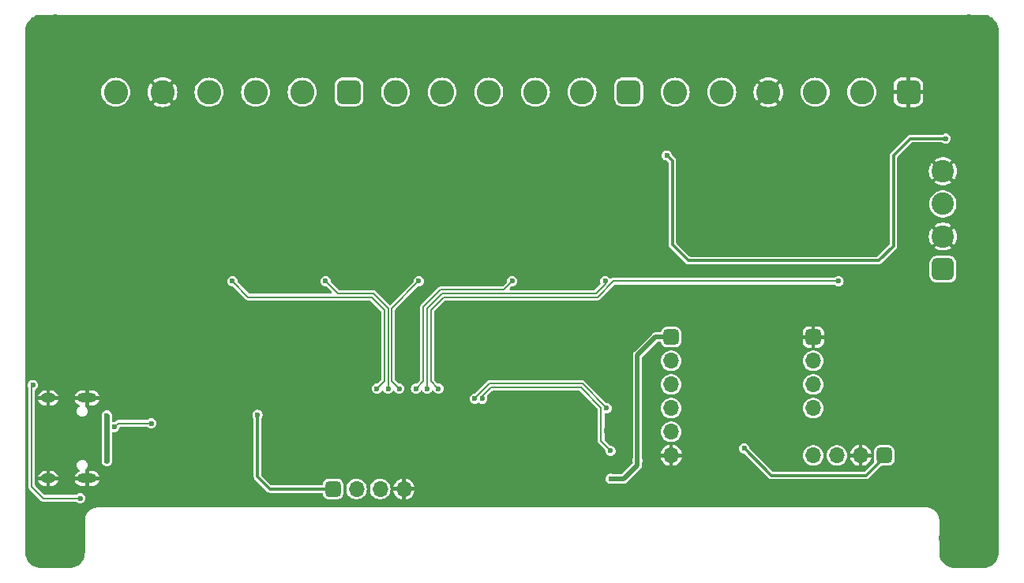
<source format=gbr>
%TF.GenerationSoftware,KiCad,Pcbnew,7.0.9*%
%TF.CreationDate,2023-12-10T19:04:27+01:00*%
%TF.ProjectId,ledctrl,6c656463-7472-46c2-9e6b-696361645f70,rev?*%
%TF.SameCoordinates,Original*%
%TF.FileFunction,Copper,L2,Bot*%
%TF.FilePolarity,Positive*%
%FSLAX46Y46*%
G04 Gerber Fmt 4.6, Leading zero omitted, Abs format (unit mm)*
G04 Created by KiCad (PCBNEW 7.0.9) date 2023-12-10 19:04:27*
%MOMM*%
%LPD*%
G01*
G04 APERTURE LIST*
G04 Aperture macros list*
%AMRoundRect*
0 Rectangle with rounded corners*
0 $1 Rounding radius*
0 $2 $3 $4 $5 $6 $7 $8 $9 X,Y pos of 4 corners*
0 Add a 4 corners polygon primitive as box body*
4,1,4,$2,$3,$4,$5,$6,$7,$8,$9,$2,$3,0*
0 Add four circle primitives for the rounded corners*
1,1,$1+$1,$2,$3*
1,1,$1+$1,$4,$5*
1,1,$1+$1,$6,$7*
1,1,$1+$1,$8,$9*
0 Add four rect primitives between the rounded corners*
20,1,$1+$1,$2,$3,$4,$5,0*
20,1,$1+$1,$4,$5,$6,$7,0*
20,1,$1+$1,$6,$7,$8,$9,0*
20,1,$1+$1,$8,$9,$2,$3,0*%
G04 Aperture macros list end*
%TA.AperFunction,ComponentPad*%
%ADD10RoundRect,0.600000X0.600000X-0.600000X0.600000X0.600000X-0.600000X0.600000X-0.600000X-0.600000X0*%
%TD*%
%TA.AperFunction,ComponentPad*%
%ADD11C,2.400000*%
%TD*%
%TA.AperFunction,ComponentPad*%
%ADD12O,2.100000X1.000000*%
%TD*%
%TA.AperFunction,ComponentPad*%
%ADD13O,1.600000X1.000000*%
%TD*%
%TA.AperFunction,ComponentPad*%
%ADD14RoundRect,0.425000X0.425000X-0.425000X0.425000X0.425000X-0.425000X0.425000X-0.425000X-0.425000X0*%
%TD*%
%TA.AperFunction,ComponentPad*%
%ADD15O,1.700000X1.700000*%
%TD*%
%TA.AperFunction,ComponentPad*%
%ADD16RoundRect,0.425000X-0.425000X0.425000X-0.425000X-0.425000X0.425000X-0.425000X0.425000X0.425000X0*%
%TD*%
%TA.AperFunction,ComponentPad*%
%ADD17RoundRect,0.650000X0.650000X0.650000X-0.650000X0.650000X-0.650000X-0.650000X0.650000X-0.650000X0*%
%TD*%
%TA.AperFunction,ComponentPad*%
%ADD18C,2.600000*%
%TD*%
%TA.AperFunction,ComponentPad*%
%ADD19C,0.800000*%
%TD*%
%TA.AperFunction,ComponentPad*%
%ADD20C,6.400000*%
%TD*%
%TA.AperFunction,ComponentPad*%
%ADD21RoundRect,0.425000X-0.425000X-0.425000X0.425000X-0.425000X0.425000X0.425000X-0.425000X0.425000X0*%
%TD*%
%TA.AperFunction,ViaPad*%
%ADD22C,0.600000*%
%TD*%
%TA.AperFunction,Conductor*%
%ADD23C,0.500000*%
%TD*%
%TA.AperFunction,Conductor*%
%ADD24C,0.300000*%
%TD*%
%TA.AperFunction,Conductor*%
%ADD25C,0.600000*%
%TD*%
%TA.AperFunction,Conductor*%
%ADD26C,0.200000*%
%TD*%
G04 APERTURE END LIST*
D10*
%TO.P,J9,1,Pin_1*%
%TO.N,IO2P*%
X88700000Y-19000000D03*
D11*
%TO.P,J9,2,Pin_2*%
%TO.N,GND*%
X88700000Y-15500000D03*
%TO.P,J9,3,Pin_3*%
%TO.N,IO3P*%
X88700000Y-12000000D03*
%TO.P,J9,4,Pin_4*%
%TO.N,GND*%
X88700000Y-8500000D03*
%TD*%
D12*
%TO.P,J4,S1,SHIELD*%
%TO.N,GND*%
X-3070000Y-32830000D03*
D13*
X-7250000Y-32830000D03*
D12*
X-3070000Y-41470000D03*
D13*
X-7250000Y-41470000D03*
%TD*%
D14*
%TO.P,J5,1,Pin_1*%
%TO.N,+3V3*%
X23280000Y-42600000D03*
D15*
%TO.P,J5,2,Pin_2*%
%TO.N,RX*%
X25820000Y-42600000D03*
%TO.P,J5,3,Pin_3*%
%TO.N,TX*%
X28360000Y-42600000D03*
%TO.P,J5,4,Pin_4*%
%TO.N,GND*%
X30900000Y-42600000D03*
%TD*%
D16*
%TO.P,J7,1,Pin_1*%
%TO.N,+3V3*%
X82420000Y-39000000D03*
D15*
%TO.P,J7,2,Pin_2*%
%TO.N,GND*%
X79880000Y-39000000D03*
%TO.P,J7,3,Pin_3*%
%TO.N,IO4*%
X77340000Y-39000000D03*
%TO.P,J7,4,Pin_4*%
%TO.N,IO5*%
X74800000Y-39000000D03*
%TD*%
D17*
%TO.P,J2,1,Pin_1*%
%TO.N,LEDCH5*%
X55000000Y0D03*
D18*
%TO.P,J2,2,Pin_2*%
%TO.N,+24V*%
X50000000Y0D03*
%TO.P,J2,3,Pin_3*%
%TO.N,LEDCH4*%
X45000000Y0D03*
%TO.P,J2,4,Pin_4*%
%TO.N,+24V*%
X40000000Y0D03*
%TO.P,J2,5,Pin_5*%
%TO.N,LEDCH3*%
X35000000Y0D03*
%TO.P,J2,6,Pin_6*%
%TO.N,+24V*%
X30000000Y0D03*
%TD*%
D19*
%TO.P,H2,1,1*%
%TO.N,GND*%
X89100000Y5100000D03*
X89802944Y6797056D03*
X89802944Y3402944D03*
X91500000Y7500000D03*
D20*
X91500000Y5100000D03*
D19*
X91500000Y2700000D03*
X93197056Y6797056D03*
X93197056Y3402944D03*
X93900000Y5100000D03*
%TD*%
D17*
%TO.P,J3,1,Pin_1*%
%TO.N,GND*%
X85000000Y0D03*
D18*
%TO.P,J3,2,Pin_2*%
%TO.N,LEDCH6*%
X80000000Y0D03*
%TO.P,J3,3,Pin_3*%
%TO.N,+12V*%
X75000000Y0D03*
%TO.P,J3,4,Pin_4*%
%TO.N,GND*%
X70000000Y0D03*
%TO.P,J3,5,Pin_5*%
%TO.N,+12V*%
X65000000Y0D03*
%TO.P,J3,6,Pin_6*%
%TO.N,+24V*%
X60000000Y0D03*
%TD*%
D21*
%TO.P,J8,1,Pin_1*%
%TO.N,+3V3*%
X59560000Y-26300000D03*
D15*
%TO.P,J8,2,Pin_2*%
%TO.N,IO7*%
X59560000Y-28840000D03*
%TO.P,J8,3,Pin_3*%
%TO.N,IO6*%
X59560000Y-31380000D03*
%TO.P,J8,4,Pin_4*%
%TO.N,IO1*%
X59560000Y-33920000D03*
%TO.P,J8,5,Pin_5*%
%TO.N,IO0*%
X59560000Y-36460000D03*
%TO.P,J8,6,Pin_6*%
%TO.N,GND*%
X59560000Y-39000000D03*
%TD*%
D21*
%TO.P,J6,1,Pin_1*%
%TO.N,GND*%
X74800000Y-26300000D03*
D15*
%TO.P,J6,2,Pin_2*%
%TO.N,+3V3*%
X74800000Y-28840000D03*
%TO.P,J6,3,Pin_3*%
%TO.N,IO4*%
X74800000Y-31380000D03*
%TO.P,J6,4,Pin_4*%
%TO.N,IO5*%
X74800000Y-33920000D03*
%TD*%
D19*
%TO.P,H3,1,1*%
%TO.N,GND*%
X-8900000Y-47900000D03*
X-8197056Y-46202944D03*
X-8197056Y-49597056D03*
X-6500000Y-45500000D03*
D20*
X-6500000Y-47900000D03*
D19*
X-6500000Y-50300000D03*
X-4802944Y-46202944D03*
X-4802944Y-49597056D03*
X-4100000Y-47900000D03*
%TD*%
%TO.P,H1,1,1*%
%TO.N,GND*%
X-8900000Y5100000D03*
X-8197056Y6797056D03*
X-8197056Y3402944D03*
X-6500000Y7500000D03*
D20*
X-6500000Y5100000D03*
D19*
X-6500000Y2700000D03*
X-4802944Y6797056D03*
X-4802944Y3402944D03*
X-4100000Y5100000D03*
%TD*%
D17*
%TO.P,J1,1,Pin_1*%
%TO.N,LEDCH2*%
X25000000Y0D03*
D18*
%TO.P,J1,2,Pin_2*%
%TO.N,+24V*%
X20000000Y0D03*
%TO.P,J1,3,Pin_3*%
%TO.N,LEDCH1*%
X15000000Y0D03*
%TO.P,J1,4,Pin_4*%
%TO.N,+24V*%
X10000000Y0D03*
%TO.P,J1,5,Pin_5*%
%TO.N,GND*%
X5000000Y0D03*
%TO.P,J1,6,Pin_6*%
%TO.N,+24V*%
X0Y0D03*
%TD*%
D19*
%TO.P,H4,1,1*%
%TO.N,GND*%
X89100000Y-47900000D03*
X89802944Y-46202944D03*
X89802944Y-49597056D03*
X91500000Y-45500000D03*
D20*
X91500000Y-47900000D03*
D19*
X91500000Y-50300000D03*
X93197056Y-46202944D03*
X93197056Y-49597056D03*
X93900000Y-47900000D03*
%TD*%
D22*
%TO.N,+24V*%
X59100000Y-6800000D03*
X89000000Y-5000000D03*
%TO.N,+3V3*%
X15200000Y-34650000D03*
X55950000Y-39509999D03*
X67400000Y-38240000D03*
X53100000Y-41500000D03*
%TO.N,Net-(F1-Pad1)*%
X-955000Y-39600000D03*
X-955000Y-34700000D03*
%TO.N,CC1*%
X3800000Y-35550000D03*
X-155500Y-35950000D03*
%TO.N,Net-(U4-GPIO8)*%
X39299999Y-32900001D03*
X53050000Y-38490000D03*
%TO.N,IO09*%
X38499999Y-32900001D03*
X52650000Y-33920000D03*
%TO.N,PWM1*%
X28000002Y-31824998D03*
X12500001Y-20300001D03*
%TO.N,PWM2*%
X22500001Y-20300002D03*
X29200001Y-31824999D03*
%TO.N,PWM3*%
X32500001Y-20300001D03*
X30400000Y-31824999D03*
%TO.N,PWM4*%
X42500000Y-20300000D03*
X32200000Y-31824999D03*
%TO.N,PWM5*%
X52500000Y-20300000D03*
X33400000Y-31824999D03*
%TO.N,PWM6*%
X34600000Y-31824999D03*
X77500001Y-20300001D03*
%TO.N,GND*%
X70200000Y-15850000D03*
X37500000Y-11550000D03*
X900000Y-22700000D03*
X47099999Y-41100001D03*
X18000000Y-29000000D03*
X-955000Y-33900000D03*
X-1925000Y-24800000D03*
X49450000Y-35100000D03*
X73900000Y-11000000D03*
X66000000Y-16750000D03*
X52650000Y-32740000D03*
X-6800000Y-16749999D03*
X-8100000Y-25525000D03*
X77400000Y-27080001D03*
X-6800000Y-19500000D03*
X6309999Y-36150000D03*
X-8100000Y-22875000D03*
X44099999Y-42700001D03*
X27500000Y-11550000D03*
X61900000Y-11550000D03*
X67200000Y-22600000D03*
X73900000Y-10100000D03*
X30000000Y-44000000D03*
X-6800000Y-14949999D03*
X31850000Y-13595000D03*
X47099999Y-37100001D03*
X41850000Y-13595000D03*
X70200000Y-16750000D03*
X2275001Y-32500000D03*
X8900000Y-11900000D03*
X2200000Y-14950000D03*
X73900000Y-11900000D03*
X1400000Y-28100000D03*
X36550000Y-33150001D03*
X76850000Y-13595000D03*
X56300000Y-41600000D03*
X18500000Y-11550000D03*
X28500000Y-11550000D03*
X66000000Y-15850000D03*
X3000000Y-28100000D03*
X52650000Y-36340000D03*
X6309999Y-39150000D03*
X49450000Y-34150001D03*
X17500000Y-11550000D03*
X45699999Y-35500001D03*
X37899999Y-35500001D03*
X18100000Y-32500000D03*
X45699999Y-33150001D03*
X35550000Y-44050001D03*
X12200000Y-26400000D03*
X11850000Y-13595000D03*
X-6800000Y-15849999D03*
X-8100000Y-23525000D03*
X39299999Y-42700001D03*
X6400000Y-15850000D03*
X52200000Y-43250001D03*
X45699999Y-42700001D03*
X67400000Y-42640000D03*
X66000000Y-14950000D03*
X17000000Y-32500000D03*
X51850000Y-13595000D03*
X21850000Y-13595000D03*
X2925001Y-32500000D03*
X70200000Y-14950000D03*
X41850000Y-16135000D03*
X31850000Y-16135000D03*
X37899999Y-41100001D03*
X47099999Y-35500001D03*
X8900000Y-11000000D03*
X56800000Y-44200000D03*
X2200000Y-15850000D03*
X47500000Y-11550000D03*
X30000000Y-41000000D03*
X-8100000Y-24875000D03*
X53100000Y-44200000D03*
X42499999Y-35500001D03*
X37899999Y-39100001D03*
X21850000Y-14865000D03*
X76850000Y-14865000D03*
X35550000Y-34150001D03*
X47099999Y-39100001D03*
X42499999Y-42700001D03*
X-2600000Y-16749999D03*
X76850000Y-16135000D03*
X49500000Y-44200000D03*
X58500000Y-11550000D03*
X11850000Y-16135000D03*
X1400000Y-26900000D03*
X44099999Y-35500001D03*
X925000Y-32500000D03*
X47099999Y-42700001D03*
X37899999Y-37100001D03*
X80660000Y-36390000D03*
X8900000Y-10100000D03*
X2200000Y-16750000D03*
X21850000Y-16135000D03*
X50000000Y-43250001D03*
X40899999Y-42700001D03*
X51100000Y-43250001D03*
X31850000Y-14865000D03*
X275000Y-32500000D03*
X35400000Y-40700000D03*
X-900000Y-22700000D03*
X13400000Y-26400000D03*
X38500000Y-11550000D03*
X37899999Y-42700001D03*
X-955000Y-40400000D03*
X51850000Y-16135000D03*
X3000000Y-25700000D03*
X39299999Y-35500001D03*
X57500000Y-11550000D03*
X-2600000Y-15849999D03*
X48450000Y-33150001D03*
X-2600000Y-19500000D03*
X14600000Y-26400000D03*
X91987500Y-6187500D03*
X700000Y-25700000D03*
X2200000Y-40150000D03*
X11850000Y-14865000D03*
X17100000Y-29000000D03*
X51850000Y-14865000D03*
X3000000Y-26900000D03*
X48500000Y-11550000D03*
X60900000Y-11550000D03*
X6400000Y-16750000D03*
X800000Y-19500000D03*
X40899999Y-35500001D03*
X6400000Y-14950000D03*
X15800000Y-26400000D03*
X-8750000Y-28085000D03*
X41850000Y-14865000D03*
X-2600000Y-14949999D03*
%TO.N,RGB_DI*%
X-8900000Y-31435000D03*
X-3800000Y-43600000D03*
%TD*%
D23*
%TO.N,+3V3*%
X55950000Y-40050000D02*
X55950000Y-39509999D01*
X54500000Y-41500000D02*
X55950000Y-40050000D01*
X53100000Y-41500000D02*
X54500000Y-41500000D01*
D24*
%TO.N,+24V*%
X59700000Y-7400000D02*
X59100000Y-6800000D01*
X83400000Y-6800000D02*
X83400000Y-16500000D01*
X85200000Y-5000000D02*
X83400000Y-6800000D01*
X83400000Y-16500000D02*
X81800000Y-18100000D01*
X89000000Y-5000000D02*
X85200000Y-5000000D01*
X61400000Y-18100000D02*
X59700000Y-16400000D01*
X59700000Y-16400000D02*
X59700000Y-7400000D01*
X81800000Y-18100000D02*
X61400000Y-18100000D01*
%TO.N,+3V3*%
X15200000Y-41300000D02*
X16500000Y-42600000D01*
X16500000Y-42600000D02*
X23280000Y-42600000D01*
D23*
X57900000Y-26300000D02*
X59560000Y-26300000D01*
D24*
X15200000Y-34650000D02*
X15200000Y-41300000D01*
D23*
X55950000Y-39509999D02*
X55950000Y-28250000D01*
D24*
X70300000Y-41140000D02*
X80500002Y-41140000D01*
X82420000Y-39220002D02*
X82420000Y-39000000D01*
X67400000Y-38240000D02*
X70300000Y-41140000D01*
X80500002Y-41140000D02*
X82420000Y-39220002D01*
D23*
X55950000Y-28250000D02*
X57900000Y-26300000D01*
D25*
%TO.N,Net-(F1-Pad1)*%
X-955000Y-39600000D02*
X-955000Y-34700000D01*
D26*
%TO.N,CC1*%
X244500Y-35550000D02*
X3800000Y-35550000D01*
X-155500Y-35950000D02*
X244500Y-35550000D01*
%TO.N,Net-(U4-GPIO8)*%
X39299999Y-32617158D02*
X40217156Y-31700001D01*
X39299999Y-32900001D02*
X39299999Y-32617158D01*
X52050000Y-33885686D02*
X52050000Y-37490000D01*
X52050000Y-37490000D02*
X53050000Y-38490000D01*
X40217156Y-31700001D02*
X49864315Y-31700001D01*
X49864315Y-31700001D02*
X52050000Y-33885686D01*
%TO.N,IO09*%
X52650000Y-33920000D02*
X50030001Y-31300001D01*
X50030001Y-31300001D02*
X40051470Y-31300001D01*
X38499999Y-32851472D02*
X38499999Y-32900001D01*
X40051470Y-31300001D02*
X38499999Y-32851472D01*
%TO.N,PWM1*%
X14200000Y-22000000D02*
X12500001Y-20300001D01*
X28000002Y-31824998D02*
X28800001Y-31024999D01*
X28800001Y-23365687D02*
X27434314Y-22000000D01*
X27434314Y-22000000D02*
X14200000Y-22000000D01*
X28800001Y-31024999D02*
X28800001Y-23365687D01*
%TO.N,PWM2*%
X22500001Y-20300002D02*
X23799999Y-21600000D01*
X29200001Y-23200001D02*
X29200001Y-31824999D01*
X27600000Y-21600000D02*
X29200001Y-23200001D01*
X23799999Y-21600000D02*
X27600000Y-21600000D01*
%TO.N,PWM3*%
X29600001Y-31025000D02*
X29600001Y-23200001D01*
X30400000Y-31824999D02*
X29600001Y-31025000D01*
X29600001Y-23200001D02*
X32500001Y-20300001D01*
%TO.N,PWM4*%
X41600000Y-21200000D02*
X42500000Y-20300000D01*
X34868630Y-21200000D02*
X41600000Y-21200000D01*
X33000000Y-23068628D02*
X34868630Y-21200000D01*
X32200000Y-31824999D02*
X33000000Y-31024999D01*
X33000000Y-31024999D02*
X33000000Y-23068628D01*
%TO.N,PWM5*%
X52500000Y-20582843D02*
X52500000Y-20300000D01*
X33400000Y-31824999D02*
X33400000Y-23234314D01*
X35034315Y-21600000D02*
X51482843Y-21600000D01*
X51482843Y-21600000D02*
X52500000Y-20582843D01*
X33400000Y-23234314D02*
X35034315Y-21600000D01*
%TO.N,PWM6*%
X35200000Y-22000000D02*
X51648529Y-22000000D01*
X51648529Y-22000000D02*
X53348528Y-20300001D01*
X53348528Y-20300001D02*
X77500001Y-20300001D01*
X33800000Y-23400000D02*
X35200000Y-22000000D01*
X34600000Y-31824999D02*
X33800000Y-31024999D01*
X33800000Y-31024999D02*
X33800000Y-23400000D01*
%TO.N,RGB_DI*%
X-9000000Y-31535000D02*
X-8900000Y-31435000D01*
X-3800000Y-43600000D02*
X-7800000Y-43600000D01*
X-7800000Y-43600000D02*
X-9000000Y-42400000D01*
X-9000000Y-42400000D02*
X-9000000Y-31535000D01*
%TD*%
%TA.AperFunction,Conductor*%
%TO.N,GND*%
G36*
X93002208Y8299343D02*
G01*
X93020857Y8298009D01*
X93233018Y8282835D01*
X93250530Y8280317D01*
X93470134Y8232545D01*
X93487110Y8227561D01*
X93697692Y8149017D01*
X93713784Y8141667D01*
X93911033Y8033962D01*
X93925918Y8024397D01*
X94105839Y7889709D01*
X94119209Y7878123D01*
X94278123Y7719209D01*
X94289709Y7705839D01*
X94424397Y7525918D01*
X94433962Y7511033D01*
X94541667Y7313784D01*
X94549017Y7297692D01*
X94627561Y7087110D01*
X94632545Y7070134D01*
X94680317Y6850530D01*
X94682835Y6833018D01*
X94699343Y6602211D01*
X94699501Y6597787D01*
X94699501Y-49397786D01*
X94699343Y-49402210D01*
X94682835Y-49633018D01*
X94680317Y-49650530D01*
X94632545Y-49870134D01*
X94627561Y-49887110D01*
X94549017Y-50097692D01*
X94541667Y-50113784D01*
X94433962Y-50311033D01*
X94424397Y-50325918D01*
X94289709Y-50505839D01*
X94278123Y-50519209D01*
X94119209Y-50678123D01*
X94105839Y-50689709D01*
X93925918Y-50824397D01*
X93911033Y-50833962D01*
X93713784Y-50941667D01*
X93697692Y-50949017D01*
X93487110Y-51027561D01*
X93470134Y-51032545D01*
X93250530Y-51080317D01*
X93233018Y-51082835D01*
X93020857Y-51098009D01*
X93002208Y-51099343D01*
X92997786Y-51099501D01*
X90002214Y-51099501D01*
X89997791Y-51099343D01*
X89977085Y-51097862D01*
X89766981Y-51082835D01*
X89749469Y-51080317D01*
X89529865Y-51032545D01*
X89512889Y-51027561D01*
X89302307Y-50949017D01*
X89286215Y-50941667D01*
X89088966Y-50833962D01*
X89074081Y-50824397D01*
X88894160Y-50689709D01*
X88880790Y-50678123D01*
X88721876Y-50519209D01*
X88710290Y-50505839D01*
X88590547Y-50345882D01*
X88575598Y-50325913D01*
X88566037Y-50311033D01*
X88458332Y-50113784D01*
X88450982Y-50097692D01*
X88372435Y-49887102D01*
X88367456Y-49870143D01*
X88319681Y-49650527D01*
X88317164Y-49633022D01*
X88300656Y-49402208D01*
X88300499Y-49397786D01*
X88300499Y-49352405D01*
X88300499Y-49352404D01*
X88300501Y-45872157D01*
X88300499Y-45872151D01*
X88300500Y-45869290D01*
X88300499Y-45869244D01*
X88300499Y-45797650D01*
X88295096Y-45763535D01*
X88268476Y-45595467D01*
X88205220Y-45400783D01*
X88112287Y-45218391D01*
X87991966Y-45052783D01*
X87847219Y-44908036D01*
X87681611Y-44787715D01*
X87681605Y-44787712D01*
X87499223Y-44694782D01*
X87304535Y-44631523D01*
X87102354Y-44599502D01*
X87102351Y-44599501D01*
X87056175Y-44599501D01*
X87056174Y-44599501D01*
X-1952406Y-44599501D01*
X-2000001Y-44599501D01*
X-2102352Y-44599501D01*
X-2203443Y-44615512D01*
X-2304536Y-44631524D01*
X-2499217Y-44694778D01*
X-2499230Y-44694784D01*
X-2681609Y-44787712D01*
X-2681611Y-44787713D01*
X-2847214Y-44908029D01*
X-2991972Y-45052787D01*
X-3112288Y-45218390D01*
X-3112289Y-45218392D01*
X-3205217Y-45400771D01*
X-3205222Y-45400783D01*
X-3268478Y-45595467D01*
X-3295098Y-45763535D01*
X-3300501Y-45797650D01*
X-3300501Y-45843828D01*
X-3300500Y-49352406D01*
X-3300500Y-49397787D01*
X-3300658Y-49402211D01*
X-3317165Y-49633021D01*
X-3319682Y-49650527D01*
X-3367456Y-49870144D01*
X-3372435Y-49887103D01*
X-3422134Y-50020350D01*
X-3450982Y-50097693D01*
X-3458332Y-50113786D01*
X-3566039Y-50311038D01*
X-3575604Y-50325921D01*
X-3710288Y-50505838D01*
X-3721874Y-50519209D01*
X-3880792Y-50678127D01*
X-3894163Y-50689713D01*
X-4074080Y-50824397D01*
X-4088963Y-50833962D01*
X-4286215Y-50941669D01*
X-4302308Y-50949019D01*
X-4512890Y-51027563D01*
X-4529866Y-51032547D01*
X-4749468Y-51080318D01*
X-4766980Y-51082836D01*
X-4974650Y-51097688D01*
X-4997792Y-51099344D01*
X-5002215Y-51099502D01*
X-7997787Y-51099502D01*
X-8002209Y-51099344D01*
X-8022786Y-51097872D01*
X-8233021Y-51082836D01*
X-8250533Y-51080318D01*
X-8470135Y-51032547D01*
X-8487111Y-51027563D01*
X-8697693Y-50949019D01*
X-8713786Y-50941669D01*
X-8911038Y-50833962D01*
X-8925921Y-50824397D01*
X-9105838Y-50689713D01*
X-9119209Y-50678127D01*
X-9278127Y-50519209D01*
X-9289713Y-50505838D01*
X-9424397Y-50325921D01*
X-9433962Y-50311038D01*
X-9541669Y-50113786D01*
X-9549019Y-50097693D01*
X-9627563Y-49887111D01*
X-9632547Y-49870135D01*
X-9680318Y-49650533D01*
X-9682836Y-49633021D01*
X-9699344Y-49402211D01*
X-9699502Y-49397787D01*
X-9699502Y-49352406D01*
X-9699501Y-31471598D01*
X-9689147Y-31436338D01*
X-9691515Y-31431313D01*
X-9459961Y-31431313D01*
X-9456524Y-31436663D01*
X-9452563Y-31455406D01*
X-9436330Y-31578709D01*
X-9380861Y-31712625D01*
X-9376124Y-31718798D01*
X-9350930Y-31783965D01*
X-9350500Y-31794284D01*
X-9350500Y-42350788D01*
X-9353139Y-42376232D01*
X-9354612Y-42383264D01*
X-9355043Y-42385315D01*
X-9353212Y-42399999D01*
X-9350977Y-42417937D01*
X-9350500Y-42425614D01*
X-9350500Y-42429040D01*
X-9350499Y-42429045D01*
X-9346913Y-42450539D01*
X-9343494Y-42477958D01*
X-9340573Y-42501393D01*
X-9340568Y-42501402D01*
X-9338470Y-42508451D01*
X-9336092Y-42515377D01*
X-9336092Y-42515381D01*
X-9311704Y-42560444D01*
X-9289198Y-42606484D01*
X-9289194Y-42606487D01*
X-9284935Y-42612453D01*
X-9280419Y-42618254D01*
X-9280418Y-42618258D01*
X-9242724Y-42652957D01*
X-8082634Y-43813046D01*
X-8066511Y-43832902D01*
X-8061437Y-43840669D01*
X-8035477Y-43860873D01*
X-8029739Y-43865941D01*
X-8027307Y-43868375D01*
X-8027300Y-43868379D01*
X-8027300Y-43868380D01*
X-8009567Y-43881040D01*
X-7998310Y-43889801D01*
X-7969126Y-43912517D01*
X-7969116Y-43912520D01*
X-7962675Y-43916006D01*
X-7956070Y-43919235D01*
X-7956066Y-43919239D01*
X-7906966Y-43933856D01*
X-7858488Y-43950500D01*
X-7858483Y-43950500D01*
X-7851308Y-43951697D01*
X-7851255Y-43951704D01*
X-7851181Y-43951716D01*
X-7843954Y-43952616D01*
X-7843954Y-43952617D01*
X-7843953Y-43952616D01*
X-7843953Y-43952617D01*
X-7818361Y-43951558D01*
X-7792769Y-43950500D01*
X-4286092Y-43950500D01*
X-4219053Y-43970185D01*
X-4199587Y-43988086D01*
X-4198372Y-43986871D01*
X-4192627Y-43992615D01*
X-4192623Y-43992617D01*
X-4192621Y-43992621D01*
X-4077625Y-44080861D01*
X-3943709Y-44136330D01*
X-3814977Y-44153278D01*
X-3800001Y-44155250D01*
X-3800000Y-44155250D01*
X-3799999Y-44155250D01*
X-3783280Y-44153048D01*
X-3656291Y-44136330D01*
X-3522375Y-44080861D01*
X-3407379Y-43992621D01*
X-3319139Y-43877625D01*
X-3319138Y-43877624D01*
X-3319137Y-43877622D01*
X-3263671Y-43743712D01*
X-3263670Y-43743708D01*
X-3262198Y-43732532D01*
X-3244750Y-43600000D01*
X-3263670Y-43456291D01*
X-3263671Y-43456287D01*
X-3319137Y-43322377D01*
X-3407379Y-43207379D01*
X-3522377Y-43119137D01*
X-3656287Y-43063671D01*
X-3656291Y-43063670D01*
X-3799999Y-43044750D01*
X-3800001Y-43044750D01*
X-3871854Y-43054210D01*
X-3943709Y-43063670D01*
X-3943710Y-43063670D01*
X-3943712Y-43063671D01*
X-4077622Y-43119137D01*
X-4077624Y-43119138D01*
X-4077625Y-43119139D01*
X-4192621Y-43207379D01*
X-4192627Y-43207384D01*
X-4198372Y-43213129D01*
X-4200888Y-43210612D01*
X-4244183Y-43242203D01*
X-4286092Y-43249500D01*
X-7603456Y-43249500D01*
X-7670495Y-43229815D01*
X-7691137Y-43213181D01*
X-8613181Y-42291137D01*
X-8646666Y-42229814D01*
X-8649500Y-42203456D01*
X-8649500Y-41670000D01*
X-8327579Y-41670000D01*
X-8275335Y-41819304D01*
X-8179422Y-41971948D01*
X-8051948Y-42099422D01*
X-7899301Y-42195336D01*
X-7729141Y-42254877D01*
X-7594930Y-42269999D01*
X-7594930Y-42270000D01*
X-7450000Y-42270000D01*
X-7450000Y-41770000D01*
X-7050000Y-41770000D01*
X-7050000Y-42270000D01*
X-6905070Y-42270000D01*
X-6905069Y-42269999D01*
X-6770858Y-42254877D01*
X-6600698Y-42195336D01*
X-6448051Y-42099422D01*
X-6320577Y-41971948D01*
X-6224664Y-41819304D01*
X-6172421Y-41670000D01*
X-4397579Y-41670000D01*
X-4345335Y-41819304D01*
X-4249422Y-41971948D01*
X-4121948Y-42099422D01*
X-3969301Y-42195336D01*
X-3799141Y-42254877D01*
X-3664930Y-42269999D01*
X-3664930Y-42270000D01*
X-3270000Y-42270000D01*
X-3270000Y-41770000D01*
X-2870000Y-41770000D01*
X-2870000Y-42270000D01*
X-2475070Y-42270000D01*
X-2475069Y-42269999D01*
X-2340858Y-42254877D01*
X-2170698Y-42195336D01*
X-2018051Y-42099422D01*
X-1890577Y-41971948D01*
X-1794664Y-41819304D01*
X-1742421Y-41670000D01*
X-2295101Y-41670000D01*
X-2246799Y-41606038D01*
X-2216105Y-41498160D01*
X-2226454Y-41386479D01*
X-2276448Y-41286078D01*
X-2294084Y-41270000D01*
X-1742421Y-41270000D01*
X-1794664Y-41120695D01*
X-1890577Y-40968051D01*
X-2018051Y-40840577D01*
X-2170698Y-40744663D01*
X-2340858Y-40685122D01*
X-2475070Y-40670000D01*
X-2870000Y-40670000D01*
X-2870000Y-41170000D01*
X-3270000Y-41170000D01*
X-3270000Y-40661117D01*
X-3292801Y-40619359D01*
X-3287815Y-40549667D01*
X-3247121Y-40494628D01*
X-3190768Y-40451386D01*
X-3189549Y-40450451D01*
X-3097302Y-40330233D01*
X-3092650Y-40319004D01*
X-3039313Y-40190236D01*
X-3039312Y-40190234D01*
X-3019534Y-40040000D01*
X-3019534Y-40039999D01*
X-3039312Y-39889765D01*
X-3039313Y-39889763D01*
X-3097300Y-39749770D01*
X-3097674Y-39749283D01*
X-3189549Y-39629549D01*
X-3228058Y-39600000D01*
X-1510250Y-39600000D01*
X-1505976Y-39632461D01*
X-1505592Y-39636312D01*
X-1505500Y-39637655D01*
X-1505500Y-39637658D01*
X-1500566Y-39673549D01*
X-1491791Y-39740210D01*
X-1491249Y-39744323D01*
X-1490247Y-39749283D01*
X-1490070Y-39749915D01*
X-1490070Y-39749920D01*
X-1490068Y-39749923D01*
X-1490068Y-39749925D01*
X-1475348Y-39783811D01*
X-1461785Y-39815035D01*
X-1435861Y-39877625D01*
X-1435852Y-39877635D01*
X-1432534Y-39883385D01*
X-1430170Y-39888076D01*
X-1429783Y-39888712D01*
X-1429780Y-39888720D01*
X-1386969Y-39941341D01*
X-1347623Y-39992619D01*
X-1347620Y-39992622D01*
X-1341873Y-39998369D01*
X-1342335Y-39998831D01*
X-1340636Y-40000482D01*
X-1340480Y-40000315D01*
X-1334284Y-40006100D01*
X-1334278Y-40006108D01*
X-1281412Y-40043424D01*
X-1232625Y-40080861D01*
X-1232622Y-40080862D01*
X-1225589Y-40084923D01*
X-1225658Y-40085043D01*
X-1211051Y-40093091D01*
X-1210647Y-40093377D01*
X-1154082Y-40113479D01*
X-1151186Y-40114593D01*
X-1107878Y-40132532D01*
X-1098709Y-40136330D01*
X-1097540Y-40136484D01*
X-1072188Y-40142585D01*
X-1068056Y-40144054D01*
X-1011643Y-40147912D01*
X-1007837Y-40148293D01*
X-955000Y-40155250D01*
X-949977Y-40154588D01*
X-925322Y-40153817D01*
X-922700Y-40153996D01*
X-917082Y-40154381D01*
X-917081Y-40154380D01*
X-917079Y-40154381D01*
X-865167Y-40143593D01*
X-860670Y-40142830D01*
X-811291Y-40136330D01*
X-803031Y-40132908D01*
X-780801Y-40126062D01*
X-778275Y-40125537D01*
X-768915Y-40123592D01*
X-724946Y-40100808D01*
X-720148Y-40098577D01*
X-677375Y-40080861D01*
X-677374Y-40080860D01*
X-667203Y-40073056D01*
X-648774Y-40061339D01*
X-634553Y-40053971D01*
X-600910Y-40022550D01*
X-596352Y-40018690D01*
X-562379Y-39992621D01*
X-559864Y-39989344D01*
X-552219Y-39979382D01*
X-538486Y-39964251D01*
X-534629Y-39960648D01*
X-523956Y-39950680D01*
X-506304Y-39921653D01*
X-501864Y-39914353D01*
X-498076Y-39908821D01*
X-474138Y-39877625D01*
X-466272Y-39858635D01*
X-457663Y-39841667D01*
X-445327Y-39821380D01*
X-434801Y-39783811D01*
X-432379Y-39776807D01*
X-418670Y-39743711D01*
X-415484Y-39719511D01*
X-411947Y-39702247D01*
X-404500Y-39675667D01*
X-404500Y-39640146D01*
X-403969Y-39632045D01*
X-399750Y-39600000D01*
X-399750Y-39599999D01*
X-403969Y-39567954D01*
X-404500Y-39559852D01*
X-404500Y-36613862D01*
X-384815Y-36546823D01*
X-332011Y-36501068D01*
X-264317Y-36490923D01*
X-155500Y-36505250D01*
X-155499Y-36505249D01*
X-155499Y-36505250D01*
X-138780Y-36503048D01*
X-11791Y-36486330D01*
X122125Y-36430861D01*
X237121Y-36342621D01*
X325361Y-36227625D01*
X380830Y-36093709D01*
X392073Y-36008314D01*
X420340Y-35944417D01*
X478665Y-35905947D01*
X515012Y-35900500D01*
X3313908Y-35900500D01*
X3380947Y-35920185D01*
X3400412Y-35938086D01*
X3401628Y-35936871D01*
X3407372Y-35942615D01*
X3407377Y-35942619D01*
X3407379Y-35942621D01*
X3522375Y-36030861D01*
X3656291Y-36086330D01*
X3783280Y-36103048D01*
X3799999Y-36105250D01*
X3800000Y-36105250D01*
X3800001Y-36105250D01*
X3814977Y-36103278D01*
X3943709Y-36086330D01*
X4077625Y-36030861D01*
X4192621Y-35942621D01*
X4280861Y-35827625D01*
X4336330Y-35693709D01*
X4355250Y-35550000D01*
X4336330Y-35406291D01*
X4280861Y-35272375D01*
X4192621Y-35157379D01*
X4077625Y-35069139D01*
X4077624Y-35069138D01*
X4077622Y-35069137D01*
X3943712Y-35013671D01*
X3943710Y-35013670D01*
X3943709Y-35013670D01*
X3831955Y-34998957D01*
X3800001Y-34994750D01*
X3799999Y-34994750D01*
X3656291Y-35013670D01*
X3656287Y-35013671D01*
X3522377Y-35069137D01*
X3407372Y-35157384D01*
X3401628Y-35163129D01*
X3399111Y-35160612D01*
X3355817Y-35192203D01*
X3313908Y-35199500D01*
X293706Y-35199500D01*
X268261Y-35196861D01*
X259185Y-35194958D01*
X259182Y-35194958D01*
X226568Y-35199023D01*
X218892Y-35199500D01*
X215460Y-35199500D01*
X201119Y-35201892D01*
X193948Y-35203089D01*
X177121Y-35205186D01*
X143107Y-35209427D01*
X143106Y-35209427D01*
X143101Y-35209428D01*
X136075Y-35211519D01*
X129123Y-35213906D01*
X84055Y-35238295D01*
X38013Y-35260803D01*
X32046Y-35265063D01*
X26244Y-35269579D01*
X-8457Y-35307275D01*
X-59621Y-35358439D01*
X-120944Y-35391925D01*
X-147373Y-35393066D01*
X-147373Y-35394750D01*
X-155501Y-35394750D01*
X-208138Y-35401680D01*
X-264314Y-35409075D01*
X-333350Y-35398311D01*
X-385606Y-35351931D01*
X-404500Y-35286137D01*
X-404500Y-34740146D01*
X-403969Y-34732045D01*
X-399750Y-34700000D01*
X-399750Y-34699998D01*
X-404021Y-34667555D01*
X-404407Y-34663693D01*
X-404499Y-34662346D01*
X-406196Y-34650000D01*
X14644750Y-34650000D01*
X14651332Y-34699998D01*
X14663670Y-34793708D01*
X14663671Y-34793712D01*
X14719138Y-34927623D01*
X14719139Y-34927625D01*
X14773875Y-34998957D01*
X14799070Y-35064125D01*
X14799500Y-35074444D01*
X14799500Y-41363429D01*
X14799501Y-41363439D01*
X14806346Y-41384507D01*
X14810887Y-41403418D01*
X14814354Y-41425304D01*
X14814355Y-41425307D01*
X14824412Y-41445045D01*
X14831857Y-41463018D01*
X14838704Y-41484090D01*
X14851726Y-41502014D01*
X14861890Y-41518600D01*
X14867246Y-41529111D01*
X14871950Y-41538342D01*
X14892864Y-41559256D01*
X14892893Y-41559287D01*
X16240986Y-42907380D01*
X16241006Y-42907398D01*
X16261658Y-42928050D01*
X16281398Y-42938108D01*
X16297987Y-42948274D01*
X16315909Y-42961295D01*
X16315910Y-42961295D01*
X16315911Y-42961296D01*
X16336980Y-42968142D01*
X16354949Y-42975584D01*
X16374696Y-42985646D01*
X16396582Y-42989112D01*
X16415497Y-42993653D01*
X16436567Y-43000500D01*
X16468481Y-43000500D01*
X22059070Y-43000500D01*
X22126109Y-43020185D01*
X22171864Y-43072989D01*
X22182561Y-43113278D01*
X22185684Y-43147654D01*
X22185687Y-43147664D01*
X22234485Y-43304263D01*
X22234488Y-43304272D01*
X22319348Y-43444648D01*
X22319351Y-43444652D01*
X22435347Y-43560648D01*
X22435351Y-43560651D01*
X22575727Y-43645511D01*
X22575730Y-43645512D01*
X22732343Y-43694315D01*
X22800406Y-43700500D01*
X22800409Y-43700500D01*
X23759591Y-43700500D01*
X23759594Y-43700500D01*
X23827657Y-43694315D01*
X23984270Y-43645512D01*
X24059557Y-43600000D01*
X24124648Y-43560651D01*
X24124647Y-43560651D01*
X24124653Y-43560648D01*
X24240648Y-43444653D01*
X24301143Y-43344581D01*
X24325511Y-43304272D01*
X24325514Y-43304263D01*
X24348713Y-43229815D01*
X24374315Y-43147657D01*
X24380500Y-43079594D01*
X24380500Y-42600000D01*
X24714785Y-42600000D01*
X24733602Y-42803082D01*
X24789417Y-42999247D01*
X24789422Y-42999260D01*
X24880327Y-43181821D01*
X25003237Y-43344581D01*
X25153958Y-43481980D01*
X25153960Y-43481982D01*
X25253141Y-43543392D01*
X25327363Y-43589348D01*
X25517544Y-43663024D01*
X25718024Y-43700500D01*
X25718026Y-43700500D01*
X25921974Y-43700500D01*
X25921976Y-43700500D01*
X26122456Y-43663024D01*
X26312637Y-43589348D01*
X26486041Y-43481981D01*
X26636764Y-43344579D01*
X26759673Y-43181821D01*
X26850582Y-42999250D01*
X26906397Y-42803083D01*
X26925215Y-42600000D01*
X27254785Y-42600000D01*
X27273602Y-42803082D01*
X27329417Y-42999247D01*
X27329422Y-42999260D01*
X27420327Y-43181821D01*
X27543237Y-43344581D01*
X27693958Y-43481980D01*
X27693960Y-43481982D01*
X27793141Y-43543392D01*
X27867363Y-43589348D01*
X28057544Y-43663024D01*
X28258024Y-43700500D01*
X28258026Y-43700500D01*
X28461974Y-43700500D01*
X28461976Y-43700500D01*
X28662456Y-43663024D01*
X28852637Y-43589348D01*
X29026041Y-43481981D01*
X29176764Y-43344579D01*
X29299673Y-43181821D01*
X29390582Y-42999250D01*
X29446397Y-42803083D01*
X29446683Y-42800000D01*
X29763606Y-42800000D01*
X29764738Y-42812218D01*
X29823058Y-43017196D01*
X29823066Y-43017216D01*
X29918059Y-43207989D01*
X30046500Y-43378071D01*
X30204000Y-43521651D01*
X30204002Y-43521653D01*
X30385201Y-43633846D01*
X30385207Y-43633849D01*
X30583936Y-43710836D01*
X30700000Y-43732532D01*
X30700000Y-43058335D01*
X30757685Y-43084680D01*
X30864237Y-43100000D01*
X30935763Y-43100000D01*
X31042315Y-43084680D01*
X31100000Y-43058335D01*
X31100000Y-43732532D01*
X31216063Y-43710836D01*
X31414792Y-43633849D01*
X31414798Y-43633846D01*
X31595997Y-43521653D01*
X31595999Y-43521651D01*
X31753499Y-43378071D01*
X31881940Y-43207989D01*
X31976933Y-43017216D01*
X31976941Y-43017196D01*
X32035261Y-42812218D01*
X32036394Y-42800000D01*
X31362383Y-42800000D01*
X31400000Y-42671889D01*
X31400000Y-42528111D01*
X31362383Y-42400000D01*
X32036394Y-42400000D01*
X32036393Y-42399999D01*
X32035261Y-42387781D01*
X31976941Y-42182803D01*
X31976933Y-42182783D01*
X31881940Y-41992010D01*
X31753499Y-41821928D01*
X31595999Y-41678348D01*
X31595997Y-41678346D01*
X31414798Y-41566153D01*
X31414789Y-41566149D01*
X31244036Y-41500000D01*
X52544750Y-41500000D01*
X52563096Y-41639352D01*
X52563670Y-41643708D01*
X52563671Y-41643712D01*
X52619137Y-41777622D01*
X52619138Y-41777624D01*
X52619139Y-41777625D01*
X52707379Y-41892621D01*
X52822375Y-41980861D01*
X52822376Y-41980861D01*
X52822377Y-41980862D01*
X52863248Y-41997791D01*
X52956291Y-42036330D01*
X53077859Y-42052335D01*
X53099999Y-42055250D01*
X53100000Y-42055250D01*
X53100001Y-42055250D01*
X53135927Y-42050520D01*
X53243709Y-42036330D01*
X53307427Y-42009937D01*
X53354876Y-42000500D01*
X54432857Y-42000500D01*
X54459215Y-42003334D01*
X54463927Y-42004359D01*
X54515671Y-42000657D01*
X54520094Y-42000500D01*
X54535799Y-42000500D01*
X54551342Y-41998264D01*
X54555740Y-41997791D01*
X54607483Y-41994091D01*
X54611992Y-41992408D01*
X54637685Y-41985850D01*
X54642457Y-41985165D01*
X54689646Y-41963613D01*
X54693728Y-41961922D01*
X54722638Y-41951140D01*
X54742329Y-41943797D01*
X54742329Y-41943796D01*
X54742331Y-41943796D01*
X54746189Y-41940907D01*
X54768995Y-41927375D01*
X54773373Y-41925377D01*
X54812594Y-41891392D01*
X54815996Y-41888650D01*
X54828593Y-41879221D01*
X54839707Y-41868105D01*
X54842939Y-41865096D01*
X54882143Y-41831128D01*
X54884751Y-41827068D01*
X54901381Y-41806431D01*
X56256431Y-40451381D01*
X56277068Y-40434751D01*
X56281128Y-40432143D01*
X56315109Y-40392925D01*
X56318092Y-40389720D01*
X56329221Y-40378593D01*
X56338637Y-40366014D01*
X56341417Y-40362564D01*
X56375377Y-40323373D01*
X56377375Y-40318995D01*
X56390907Y-40296189D01*
X56393796Y-40292331D01*
X56411922Y-40243728D01*
X56413614Y-40239645D01*
X56435165Y-40192457D01*
X56435850Y-40187685D01*
X56442409Y-40161992D01*
X56444091Y-40157483D01*
X56447791Y-40105740D01*
X56448265Y-40101340D01*
X56450500Y-40085799D01*
X56450500Y-40070094D01*
X56450658Y-40065669D01*
X56451495Y-40053969D01*
X56454359Y-40013927D01*
X56453332Y-40009206D01*
X56450500Y-39982858D01*
X56450500Y-39764874D01*
X56459939Y-39717421D01*
X56486330Y-39653708D01*
X56505250Y-39509999D01*
X56486330Y-39366290D01*
X56459937Y-39302571D01*
X56450500Y-39255123D01*
X56450500Y-39200000D01*
X58423606Y-39200000D01*
X58424738Y-39212218D01*
X58483058Y-39417196D01*
X58483066Y-39417216D01*
X58578059Y-39607989D01*
X58706500Y-39778071D01*
X58864000Y-39921651D01*
X58864002Y-39921653D01*
X59045201Y-40033846D01*
X59045207Y-40033849D01*
X59243936Y-40110836D01*
X59360000Y-40132532D01*
X59360000Y-39458335D01*
X59417685Y-39484680D01*
X59524237Y-39500000D01*
X59595763Y-39500000D01*
X59702315Y-39484680D01*
X59760000Y-39458335D01*
X59760000Y-40132532D01*
X59876063Y-40110836D01*
X60074792Y-40033849D01*
X60074798Y-40033846D01*
X60255997Y-39921653D01*
X60255999Y-39921651D01*
X60413499Y-39778071D01*
X60541940Y-39607989D01*
X60636933Y-39417216D01*
X60636941Y-39417196D01*
X60695261Y-39212218D01*
X60696394Y-39200000D01*
X60022383Y-39200000D01*
X60060000Y-39071889D01*
X60060000Y-38928111D01*
X60022383Y-38800000D01*
X60696394Y-38800000D01*
X60696393Y-38799999D01*
X60695261Y-38787781D01*
X60636941Y-38582803D01*
X60636933Y-38582783D01*
X60541940Y-38392010D01*
X60427146Y-38240000D01*
X66844750Y-38240000D01*
X66863670Y-38383708D01*
X66863671Y-38383712D01*
X66919137Y-38517622D01*
X66919138Y-38517624D01*
X66919139Y-38517625D01*
X67007379Y-38632621D01*
X67122375Y-38720861D01*
X67256291Y-38776330D01*
X67345435Y-38788065D01*
X67409330Y-38816331D01*
X67416930Y-38823323D01*
X68694948Y-40101340D01*
X69971950Y-41378342D01*
X70061658Y-41468050D01*
X70081395Y-41478106D01*
X70097981Y-41488269D01*
X70115910Y-41501296D01*
X70115912Y-41501296D01*
X70115913Y-41501297D01*
X70136974Y-41508140D01*
X70154952Y-41515586D01*
X70174694Y-41525645D01*
X70174696Y-41525646D01*
X70196585Y-41529112D01*
X70215501Y-41533653D01*
X70236567Y-41540499D01*
X70265924Y-41540499D01*
X70265948Y-41540500D01*
X70268481Y-41540500D01*
X80563433Y-41540500D01*
X80563435Y-41540500D01*
X80584503Y-41533654D01*
X80603419Y-41529112D01*
X80625306Y-41525646D01*
X80645046Y-41515586D01*
X80663013Y-41508144D01*
X80684092Y-41501296D01*
X80702028Y-41488263D01*
X80718590Y-41478114D01*
X80738344Y-41468050D01*
X80753836Y-41452557D01*
X80753843Y-41452552D01*
X82069575Y-40136819D01*
X82130898Y-40103334D01*
X82157256Y-40100500D01*
X82899591Y-40100500D01*
X82899594Y-40100500D01*
X82967657Y-40094315D01*
X83124270Y-40045512D01*
X83176514Y-40013930D01*
X83264648Y-39960651D01*
X83264647Y-39960651D01*
X83264653Y-39960648D01*
X83380648Y-39844653D01*
X83428876Y-39764874D01*
X83465511Y-39704272D01*
X83465514Y-39704263D01*
X83474425Y-39675667D01*
X83514315Y-39547657D01*
X83520500Y-39479594D01*
X83520500Y-38520406D01*
X83514315Y-38452343D01*
X83465512Y-38295730D01*
X83465511Y-38295727D01*
X83380651Y-38155351D01*
X83380648Y-38155347D01*
X83264652Y-38039351D01*
X83264648Y-38039348D01*
X83124272Y-37954488D01*
X83124263Y-37954485D01*
X82967664Y-37905687D01*
X82967662Y-37905686D01*
X82967657Y-37905685D01*
X82899594Y-37899500D01*
X81940406Y-37899500D01*
X81872343Y-37905685D01*
X81872339Y-37905686D01*
X81872335Y-37905687D01*
X81715736Y-37954485D01*
X81715727Y-37954488D01*
X81575351Y-38039348D01*
X81575347Y-38039351D01*
X81459351Y-38155347D01*
X81459348Y-38155351D01*
X81374488Y-38295727D01*
X81374485Y-38295736D01*
X81330353Y-38437362D01*
X81325685Y-38452343D01*
X81321355Y-38500000D01*
X81319500Y-38520408D01*
X81319500Y-39479591D01*
X81325685Y-39547658D01*
X81350963Y-39628777D01*
X81352115Y-39698637D01*
X81320259Y-39753348D01*
X80370428Y-40703181D01*
X80309105Y-40736666D01*
X80282747Y-40739500D01*
X70517254Y-40739500D01*
X70450215Y-40719815D01*
X70429573Y-40703181D01*
X68726393Y-39000000D01*
X73694785Y-39000000D01*
X73713602Y-39203082D01*
X73769417Y-39399247D01*
X73769422Y-39399260D01*
X73860327Y-39581821D01*
X73983237Y-39744581D01*
X74093011Y-39844652D01*
X74130694Y-39879005D01*
X74133958Y-39881980D01*
X74133960Y-39881982D01*
X74229827Y-39941340D01*
X74307363Y-39989348D01*
X74497544Y-40063024D01*
X74698024Y-40100500D01*
X74698026Y-40100500D01*
X74901974Y-40100500D01*
X74901976Y-40100500D01*
X75102456Y-40063024D01*
X75292637Y-39989348D01*
X75466041Y-39881981D01*
X75616764Y-39744579D01*
X75739673Y-39581821D01*
X75830582Y-39399250D01*
X75886397Y-39203083D01*
X75905215Y-39000000D01*
X76234785Y-39000000D01*
X76253602Y-39203082D01*
X76309417Y-39399247D01*
X76309422Y-39399260D01*
X76400327Y-39581821D01*
X76523237Y-39744581D01*
X76633011Y-39844652D01*
X76670694Y-39879005D01*
X76673958Y-39881980D01*
X76673960Y-39881982D01*
X76769827Y-39941340D01*
X76847363Y-39989348D01*
X77037544Y-40063024D01*
X77238024Y-40100500D01*
X77238026Y-40100500D01*
X77441974Y-40100500D01*
X77441976Y-40100500D01*
X77642456Y-40063024D01*
X77832637Y-39989348D01*
X78006041Y-39881981D01*
X78156764Y-39744579D01*
X78279673Y-39581821D01*
X78370582Y-39399250D01*
X78426397Y-39203083D01*
X78426683Y-39200000D01*
X78743606Y-39200000D01*
X78744738Y-39212218D01*
X78803058Y-39417196D01*
X78803066Y-39417216D01*
X78898059Y-39607989D01*
X79026500Y-39778071D01*
X79184000Y-39921651D01*
X79184002Y-39921653D01*
X79365201Y-40033846D01*
X79365207Y-40033849D01*
X79563936Y-40110836D01*
X79680000Y-40132532D01*
X79680000Y-39458335D01*
X79737685Y-39484680D01*
X79844237Y-39500000D01*
X79915763Y-39500000D01*
X80022315Y-39484680D01*
X80080000Y-39458335D01*
X80080000Y-40132532D01*
X80196063Y-40110836D01*
X80394792Y-40033849D01*
X80394798Y-40033846D01*
X80575997Y-39921653D01*
X80575999Y-39921651D01*
X80733499Y-39778071D01*
X80861940Y-39607989D01*
X80956933Y-39417216D01*
X80956941Y-39417196D01*
X81015261Y-39212218D01*
X81016394Y-39200000D01*
X80342383Y-39200000D01*
X80380000Y-39071889D01*
X80380000Y-38928111D01*
X80342383Y-38800000D01*
X81016394Y-38800000D01*
X81016393Y-38799999D01*
X81015261Y-38787781D01*
X80956941Y-38582803D01*
X80956933Y-38582783D01*
X80861940Y-38392010D01*
X80733499Y-38221928D01*
X80575999Y-38078348D01*
X80575997Y-38078346D01*
X80394798Y-37966153D01*
X80394789Y-37966149D01*
X80196059Y-37889162D01*
X80080000Y-37867466D01*
X80080000Y-38541664D01*
X80022315Y-38515320D01*
X79915763Y-38500000D01*
X79844237Y-38500000D01*
X79737685Y-38515320D01*
X79680000Y-38541664D01*
X79680000Y-37867466D01*
X79563940Y-37889162D01*
X79563939Y-37889162D01*
X79365210Y-37966149D01*
X79365201Y-37966153D01*
X79184002Y-38078346D01*
X79184000Y-38078348D01*
X79026500Y-38221928D01*
X78898059Y-38392010D01*
X78803066Y-38582783D01*
X78803058Y-38582803D01*
X78744738Y-38787781D01*
X78743606Y-38799999D01*
X78743606Y-38800000D01*
X79417617Y-38800000D01*
X79380000Y-38928111D01*
X79380000Y-39071889D01*
X79417617Y-39200000D01*
X78743606Y-39200000D01*
X78426683Y-39200000D01*
X78445215Y-39000000D01*
X78434338Y-38882621D01*
X78426397Y-38796917D01*
X78404757Y-38720861D01*
X78370582Y-38600750D01*
X78279673Y-38418179D01*
X78220704Y-38340091D01*
X78156762Y-38255418D01*
X78006041Y-38118019D01*
X78006039Y-38118017D01*
X77832642Y-38010655D01*
X77832635Y-38010651D01*
X77685548Y-37953670D01*
X77642456Y-37936976D01*
X77441976Y-37899500D01*
X77238024Y-37899500D01*
X77037544Y-37936976D01*
X77037541Y-37936976D01*
X77037541Y-37936977D01*
X76847364Y-38010651D01*
X76847357Y-38010655D01*
X76673960Y-38118017D01*
X76673958Y-38118019D01*
X76523237Y-38255418D01*
X76400327Y-38418178D01*
X76309422Y-38600739D01*
X76309417Y-38600752D01*
X76253602Y-38796917D01*
X76234785Y-38999999D01*
X76234785Y-39000000D01*
X75905215Y-39000000D01*
X75894338Y-38882621D01*
X75886397Y-38796917D01*
X75864757Y-38720861D01*
X75830582Y-38600750D01*
X75739673Y-38418179D01*
X75680704Y-38340091D01*
X75616762Y-38255418D01*
X75466041Y-38118019D01*
X75466039Y-38118017D01*
X75292642Y-38010655D01*
X75292635Y-38010651D01*
X75145548Y-37953670D01*
X75102456Y-37936976D01*
X74901976Y-37899500D01*
X74698024Y-37899500D01*
X74497544Y-37936976D01*
X74497541Y-37936976D01*
X74497541Y-37936977D01*
X74307364Y-38010651D01*
X74307357Y-38010655D01*
X74133960Y-38118017D01*
X74133958Y-38118019D01*
X73983237Y-38255418D01*
X73860327Y-38418178D01*
X73769422Y-38600739D01*
X73769417Y-38600752D01*
X73713602Y-38796917D01*
X73694785Y-38999999D01*
X73694785Y-39000000D01*
X68726393Y-39000000D01*
X67983323Y-38256930D01*
X67949838Y-38195607D01*
X67948067Y-38185448D01*
X67936330Y-38096291D01*
X67880861Y-37962375D01*
X67792621Y-37847379D01*
X67677625Y-37759139D01*
X67677624Y-37759138D01*
X67677622Y-37759137D01*
X67543712Y-37703671D01*
X67543710Y-37703670D01*
X67543709Y-37703670D01*
X67471854Y-37694210D01*
X67400001Y-37684750D01*
X67399999Y-37684750D01*
X67256291Y-37703670D01*
X67256287Y-37703671D01*
X67122377Y-37759137D01*
X67007379Y-37847379D01*
X66919137Y-37962377D01*
X66863671Y-38096287D01*
X66863670Y-38096291D01*
X66844750Y-38239999D01*
X66844750Y-38240000D01*
X60427146Y-38240000D01*
X60413499Y-38221928D01*
X60255999Y-38078348D01*
X60255997Y-38078346D01*
X60074798Y-37966153D01*
X60074789Y-37966149D01*
X59876059Y-37889162D01*
X59760000Y-37867466D01*
X59760000Y-38541664D01*
X59702315Y-38515320D01*
X59595763Y-38500000D01*
X59524237Y-38500000D01*
X59417685Y-38515320D01*
X59360000Y-38541664D01*
X59360000Y-37867466D01*
X59243940Y-37889162D01*
X59243939Y-37889162D01*
X59045210Y-37966149D01*
X59045201Y-37966153D01*
X58864002Y-38078346D01*
X58864000Y-38078348D01*
X58706500Y-38221928D01*
X58578059Y-38392010D01*
X58483066Y-38582783D01*
X58483058Y-38582803D01*
X58424738Y-38787781D01*
X58423606Y-38799999D01*
X58423606Y-38800000D01*
X59097617Y-38800000D01*
X59060000Y-38928111D01*
X59060000Y-39071889D01*
X59097617Y-39200000D01*
X58423606Y-39200000D01*
X56450500Y-39200000D01*
X56450500Y-36460000D01*
X58454785Y-36460000D01*
X58473602Y-36663082D01*
X58529417Y-36859247D01*
X58529422Y-36859260D01*
X58620327Y-37041821D01*
X58743237Y-37204581D01*
X58893958Y-37341980D01*
X58893960Y-37341982D01*
X58957198Y-37381137D01*
X59067363Y-37449348D01*
X59257544Y-37523024D01*
X59458024Y-37560500D01*
X59458026Y-37560500D01*
X59661974Y-37560500D01*
X59661976Y-37560500D01*
X59862456Y-37523024D01*
X60052637Y-37449348D01*
X60226041Y-37341981D01*
X60376764Y-37204579D01*
X60499673Y-37041821D01*
X60590582Y-36859250D01*
X60646397Y-36663083D01*
X60665215Y-36460000D01*
X60654338Y-36342621D01*
X60646397Y-36256917D01*
X60603243Y-36105250D01*
X60590582Y-36060750D01*
X60499673Y-35878179D01*
X60376764Y-35715421D01*
X60376762Y-35715418D01*
X60226041Y-35578019D01*
X60226039Y-35578017D01*
X60052642Y-35470655D01*
X60052635Y-35470651D01*
X59886501Y-35406291D01*
X59862456Y-35396976D01*
X59661976Y-35359500D01*
X59458024Y-35359500D01*
X59257544Y-35396976D01*
X59257541Y-35396976D01*
X59257541Y-35396977D01*
X59067364Y-35470651D01*
X59067357Y-35470655D01*
X58893960Y-35578017D01*
X58893958Y-35578019D01*
X58743237Y-35715418D01*
X58620327Y-35878178D01*
X58529422Y-36060739D01*
X58529417Y-36060752D01*
X58473602Y-36256917D01*
X58454785Y-36459999D01*
X58454785Y-36460000D01*
X56450500Y-36460000D01*
X56450500Y-33920000D01*
X58454785Y-33920000D01*
X58473602Y-34123082D01*
X58529417Y-34319247D01*
X58529422Y-34319260D01*
X58620327Y-34501821D01*
X58743237Y-34664581D01*
X58893958Y-34801980D01*
X58893960Y-34801982D01*
X58948094Y-34835500D01*
X59067363Y-34909348D01*
X59257544Y-34983024D01*
X59458024Y-35020500D01*
X59458026Y-35020500D01*
X59661974Y-35020500D01*
X59661976Y-35020500D01*
X59862456Y-34983024D01*
X60052637Y-34909348D01*
X60226041Y-34801981D01*
X60373062Y-34667954D01*
X60376762Y-34664581D01*
X60376764Y-34664579D01*
X60499673Y-34501821D01*
X60590582Y-34319250D01*
X60646397Y-34123083D01*
X60665215Y-33920000D01*
X73694785Y-33920000D01*
X73713602Y-34123082D01*
X73769417Y-34319247D01*
X73769422Y-34319260D01*
X73860327Y-34501821D01*
X73983237Y-34664581D01*
X74133958Y-34801980D01*
X74133960Y-34801982D01*
X74188094Y-34835500D01*
X74307363Y-34909348D01*
X74497544Y-34983024D01*
X74698024Y-35020500D01*
X74698026Y-35020500D01*
X74901974Y-35020500D01*
X74901976Y-35020500D01*
X75102456Y-34983024D01*
X75292637Y-34909348D01*
X75466041Y-34801981D01*
X75613062Y-34667954D01*
X75616762Y-34664581D01*
X75616764Y-34664579D01*
X75739673Y-34501821D01*
X75830582Y-34319250D01*
X75886397Y-34123083D01*
X75905215Y-33920000D01*
X75889364Y-33748942D01*
X75886397Y-33716917D01*
X75865188Y-33642377D01*
X75830582Y-33520750D01*
X75800044Y-33459422D01*
X75762325Y-33383671D01*
X75739673Y-33338179D01*
X75680704Y-33260091D01*
X75616762Y-33175418D01*
X75466041Y-33038019D01*
X75466039Y-33038017D01*
X75292642Y-32930655D01*
X75292635Y-32930651D01*
X75105512Y-32858160D01*
X75102456Y-32856976D01*
X74901976Y-32819500D01*
X74698024Y-32819500D01*
X74497544Y-32856976D01*
X74497541Y-32856976D01*
X74497541Y-32856977D01*
X74307364Y-32930651D01*
X74307357Y-32930655D01*
X74133960Y-33038017D01*
X74133958Y-33038019D01*
X73983237Y-33175418D01*
X73860327Y-33338178D01*
X73769422Y-33520739D01*
X73769417Y-33520752D01*
X73713602Y-33716917D01*
X73694785Y-33919999D01*
X73694785Y-33920000D01*
X60665215Y-33920000D01*
X60649364Y-33748942D01*
X60646397Y-33716917D01*
X60625188Y-33642377D01*
X60590582Y-33520750D01*
X60560044Y-33459422D01*
X60522325Y-33383671D01*
X60499673Y-33338179D01*
X60440704Y-33260091D01*
X60376762Y-33175418D01*
X60226041Y-33038019D01*
X60226039Y-33038017D01*
X60052642Y-32930655D01*
X60052635Y-32930651D01*
X59865512Y-32858160D01*
X59862456Y-32856976D01*
X59661976Y-32819500D01*
X59458024Y-32819500D01*
X59257544Y-32856976D01*
X59257541Y-32856976D01*
X59257541Y-32856977D01*
X59067364Y-32930651D01*
X59067357Y-32930655D01*
X58893960Y-33038017D01*
X58893958Y-33038019D01*
X58743237Y-33175418D01*
X58620327Y-33338178D01*
X58529422Y-33520739D01*
X58529417Y-33520752D01*
X58473602Y-33716917D01*
X58454785Y-33919999D01*
X58454785Y-33920000D01*
X56450500Y-33920000D01*
X56450500Y-31380000D01*
X58454785Y-31380000D01*
X58473602Y-31583082D01*
X58529417Y-31779247D01*
X58529422Y-31779260D01*
X58620327Y-31961821D01*
X58743237Y-32124581D01*
X58893958Y-32261980D01*
X58893960Y-32261982D01*
X58964826Y-32305860D01*
X59067363Y-32369348D01*
X59257544Y-32443024D01*
X59458024Y-32480500D01*
X59458026Y-32480500D01*
X59661974Y-32480500D01*
X59661976Y-32480500D01*
X59862456Y-32443024D01*
X60052637Y-32369348D01*
X60226041Y-32261981D01*
X60376764Y-32124579D01*
X60499673Y-31961821D01*
X60590582Y-31779250D01*
X60646397Y-31583083D01*
X60665215Y-31380000D01*
X73694785Y-31380000D01*
X73713602Y-31583082D01*
X73769417Y-31779247D01*
X73769422Y-31779260D01*
X73860327Y-31961821D01*
X73983237Y-32124581D01*
X74133958Y-32261980D01*
X74133960Y-32261982D01*
X74204826Y-32305860D01*
X74307363Y-32369348D01*
X74497544Y-32443024D01*
X74698024Y-32480500D01*
X74698026Y-32480500D01*
X74901974Y-32480500D01*
X74901976Y-32480500D01*
X75102456Y-32443024D01*
X75292637Y-32369348D01*
X75466041Y-32261981D01*
X75616764Y-32124579D01*
X75739673Y-31961821D01*
X75830582Y-31779250D01*
X75886397Y-31583083D01*
X75905215Y-31380000D01*
X75886397Y-31176917D01*
X75830582Y-30980750D01*
X75822196Y-30963909D01*
X75754749Y-30828456D01*
X75739673Y-30798179D01*
X75616764Y-30635421D01*
X75616762Y-30635418D01*
X75466041Y-30498019D01*
X75466039Y-30498017D01*
X75292642Y-30390655D01*
X75292635Y-30390651D01*
X75197546Y-30353814D01*
X75102456Y-30316976D01*
X74901976Y-30279500D01*
X74698024Y-30279500D01*
X74497544Y-30316976D01*
X74497541Y-30316976D01*
X74497541Y-30316977D01*
X74307364Y-30390651D01*
X74307357Y-30390655D01*
X74133960Y-30498017D01*
X74133958Y-30498019D01*
X73983237Y-30635418D01*
X73860327Y-30798178D01*
X73769422Y-30980739D01*
X73769417Y-30980752D01*
X73713602Y-31176917D01*
X73694785Y-31379999D01*
X73694785Y-31380000D01*
X60665215Y-31380000D01*
X60646397Y-31176917D01*
X60590582Y-30980750D01*
X60582196Y-30963909D01*
X60514749Y-30828456D01*
X60499673Y-30798179D01*
X60376764Y-30635421D01*
X60376762Y-30635418D01*
X60226041Y-30498019D01*
X60226039Y-30498017D01*
X60052642Y-30390655D01*
X60052635Y-30390651D01*
X59957546Y-30353814D01*
X59862456Y-30316976D01*
X59661976Y-30279500D01*
X59458024Y-30279500D01*
X59257544Y-30316976D01*
X59257541Y-30316976D01*
X59257541Y-30316977D01*
X59067364Y-30390651D01*
X59067357Y-30390655D01*
X58893960Y-30498017D01*
X58893958Y-30498019D01*
X58743237Y-30635418D01*
X58620327Y-30798178D01*
X58529422Y-30980739D01*
X58529417Y-30980752D01*
X58473602Y-31176917D01*
X58454785Y-31379999D01*
X58454785Y-31380000D01*
X56450500Y-31380000D01*
X56450500Y-28840000D01*
X58454785Y-28840000D01*
X58473602Y-29043082D01*
X58529417Y-29239247D01*
X58529422Y-29239260D01*
X58620327Y-29421821D01*
X58743237Y-29584581D01*
X58893958Y-29721980D01*
X58893960Y-29721982D01*
X58993141Y-29783392D01*
X59067363Y-29829348D01*
X59257544Y-29903024D01*
X59458024Y-29940500D01*
X59458026Y-29940500D01*
X59661974Y-29940500D01*
X59661976Y-29940500D01*
X59862456Y-29903024D01*
X60052637Y-29829348D01*
X60226041Y-29721981D01*
X60376764Y-29584579D01*
X60499673Y-29421821D01*
X60590582Y-29239250D01*
X60646397Y-29043083D01*
X60665215Y-28840000D01*
X73694785Y-28840000D01*
X73713602Y-29043082D01*
X73769417Y-29239247D01*
X73769422Y-29239260D01*
X73860327Y-29421821D01*
X73983237Y-29584581D01*
X74133958Y-29721980D01*
X74133960Y-29721982D01*
X74233141Y-29783392D01*
X74307363Y-29829348D01*
X74497544Y-29903024D01*
X74698024Y-29940500D01*
X74698026Y-29940500D01*
X74901974Y-29940500D01*
X74901976Y-29940500D01*
X75102456Y-29903024D01*
X75292637Y-29829348D01*
X75466041Y-29721981D01*
X75616764Y-29584579D01*
X75739673Y-29421821D01*
X75830582Y-29239250D01*
X75886397Y-29043083D01*
X75905215Y-28840000D01*
X75886397Y-28636917D01*
X75830582Y-28440750D01*
X75820745Y-28420995D01*
X75762395Y-28303812D01*
X75739673Y-28258179D01*
X75629531Y-28112327D01*
X75616762Y-28095418D01*
X75466041Y-27958019D01*
X75466039Y-27958017D01*
X75292642Y-27850655D01*
X75292635Y-27850651D01*
X75197546Y-27813814D01*
X75102456Y-27776976D01*
X74901976Y-27739500D01*
X74698024Y-27739500D01*
X74497544Y-27776976D01*
X74497541Y-27776976D01*
X74497541Y-27776977D01*
X74307364Y-27850651D01*
X74307357Y-27850655D01*
X74133960Y-27958017D01*
X74133958Y-27958019D01*
X73983237Y-28095418D01*
X73860327Y-28258178D01*
X73769422Y-28440739D01*
X73769417Y-28440752D01*
X73713602Y-28636917D01*
X73694785Y-28839999D01*
X73694785Y-28840000D01*
X60665215Y-28840000D01*
X60646397Y-28636917D01*
X60590582Y-28440750D01*
X60580745Y-28420995D01*
X60522395Y-28303812D01*
X60499673Y-28258179D01*
X60389531Y-28112327D01*
X60376762Y-28095418D01*
X60226041Y-27958019D01*
X60226039Y-27958017D01*
X60052642Y-27850655D01*
X60052635Y-27850651D01*
X59957546Y-27813814D01*
X59862456Y-27776976D01*
X59661976Y-27739500D01*
X59458024Y-27739500D01*
X59257544Y-27776976D01*
X59257541Y-27776976D01*
X59257541Y-27776977D01*
X59067364Y-27850651D01*
X59067357Y-27850655D01*
X58893960Y-27958017D01*
X58893958Y-27958019D01*
X58743237Y-28095418D01*
X58620327Y-28258178D01*
X58529422Y-28440739D01*
X58529417Y-28440752D01*
X58473602Y-28636917D01*
X58454785Y-28839999D01*
X58454785Y-28840000D01*
X56450500Y-28840000D01*
X56450500Y-28508676D01*
X56470185Y-28441637D01*
X56486819Y-28420995D01*
X58070995Y-26836819D01*
X58132318Y-26803334D01*
X58158676Y-26800500D01*
X58359750Y-26800500D01*
X58426789Y-26820185D01*
X58472544Y-26872989D01*
X58478130Y-26887595D01*
X58506080Y-26977288D01*
X58514488Y-27004271D01*
X58514488Y-27004272D01*
X58599348Y-27144648D01*
X58599351Y-27144652D01*
X58715347Y-27260648D01*
X58715351Y-27260651D01*
X58855727Y-27345511D01*
X58855730Y-27345512D01*
X59012343Y-27394315D01*
X59080406Y-27400500D01*
X59080409Y-27400500D01*
X60039591Y-27400500D01*
X60039594Y-27400500D01*
X60107657Y-27394315D01*
X60264270Y-27345512D01*
X60404653Y-27260648D01*
X60520648Y-27144653D01*
X60587847Y-27033492D01*
X60605511Y-27004272D01*
X60605514Y-27004263D01*
X60654315Y-26847657D01*
X60660500Y-26779594D01*
X60660500Y-26100000D01*
X73650000Y-26100000D01*
X74337617Y-26100000D01*
X74300000Y-26228111D01*
X74300000Y-26371889D01*
X74337617Y-26500000D01*
X73650001Y-26500000D01*
X73650001Y-26773322D01*
X73660144Y-26872607D01*
X73713452Y-27033481D01*
X73713457Y-27033492D01*
X73802424Y-27177728D01*
X73802427Y-27177732D01*
X73922267Y-27297572D01*
X73922271Y-27297575D01*
X74066507Y-27386542D01*
X74066518Y-27386547D01*
X74227393Y-27439855D01*
X74326683Y-27449999D01*
X74599999Y-27449999D01*
X74600000Y-27449998D01*
X74600000Y-26758335D01*
X74657685Y-26784680D01*
X74764237Y-26800000D01*
X74835763Y-26800000D01*
X74942315Y-26784680D01*
X75000000Y-26758335D01*
X75000000Y-27449999D01*
X75273308Y-27449999D01*
X75273322Y-27449998D01*
X75372607Y-27439855D01*
X75533481Y-27386547D01*
X75533492Y-27386542D01*
X75677728Y-27297575D01*
X75677732Y-27297572D01*
X75797572Y-27177732D01*
X75797575Y-27177728D01*
X75886542Y-27033492D01*
X75886547Y-27033481D01*
X75939855Y-26872606D01*
X75949999Y-26773322D01*
X75950000Y-26773309D01*
X75950000Y-26500000D01*
X75262383Y-26500000D01*
X75300000Y-26371889D01*
X75300000Y-26228111D01*
X75262383Y-26100000D01*
X75949999Y-26100000D01*
X75949999Y-25826692D01*
X75949998Y-25826677D01*
X75939855Y-25727392D01*
X75886547Y-25566518D01*
X75886542Y-25566507D01*
X75797575Y-25422271D01*
X75797572Y-25422267D01*
X75677732Y-25302427D01*
X75677728Y-25302424D01*
X75533492Y-25213457D01*
X75533481Y-25213452D01*
X75372606Y-25160144D01*
X75273322Y-25150000D01*
X75000000Y-25150000D01*
X75000000Y-25841664D01*
X74942315Y-25815320D01*
X74835763Y-25800000D01*
X74764237Y-25800000D01*
X74657685Y-25815320D01*
X74600000Y-25841664D01*
X74600000Y-25150000D01*
X74326693Y-25150000D01*
X74326676Y-25150001D01*
X74227392Y-25160144D01*
X74066518Y-25213452D01*
X74066507Y-25213457D01*
X73922271Y-25302424D01*
X73922267Y-25302427D01*
X73802427Y-25422267D01*
X73802424Y-25422271D01*
X73713457Y-25566507D01*
X73713452Y-25566518D01*
X73660144Y-25727393D01*
X73650000Y-25826677D01*
X73650000Y-26100000D01*
X60660500Y-26100000D01*
X60660500Y-25820406D01*
X60654315Y-25752343D01*
X60605512Y-25595730D01*
X60605511Y-25595728D01*
X60605511Y-25595727D01*
X60520651Y-25455351D01*
X60520648Y-25455347D01*
X60404652Y-25339351D01*
X60404648Y-25339348D01*
X60264272Y-25254488D01*
X60264263Y-25254485D01*
X60107664Y-25205687D01*
X60107662Y-25205686D01*
X60107657Y-25205685D01*
X60039594Y-25199500D01*
X59080406Y-25199500D01*
X59012343Y-25205685D01*
X59012339Y-25205686D01*
X59012335Y-25205687D01*
X58855736Y-25254485D01*
X58855727Y-25254488D01*
X58715351Y-25339348D01*
X58715347Y-25339351D01*
X58599351Y-25455347D01*
X58599348Y-25455351D01*
X58514488Y-25595727D01*
X58514488Y-25595728D01*
X58514486Y-25595736D01*
X58478134Y-25712392D01*
X58439398Y-25770538D01*
X58375373Y-25798512D01*
X58359750Y-25799500D01*
X57967138Y-25799500D01*
X57940781Y-25796666D01*
X57936076Y-25795642D01*
X57936068Y-25795642D01*
X57891357Y-25798840D01*
X57884337Y-25799342D01*
X57879915Y-25799500D01*
X57864199Y-25799500D01*
X57848646Y-25801736D01*
X57844250Y-25802208D01*
X57792517Y-25805909D01*
X57792514Y-25805910D01*
X57787996Y-25807595D01*
X57762320Y-25814148D01*
X57757541Y-25814835D01*
X57710355Y-25836384D01*
X57706267Y-25838077D01*
X57657668Y-25856205D01*
X57657667Y-25856206D01*
X57653802Y-25859099D01*
X57631020Y-25872616D01*
X57626631Y-25874620D01*
X57626630Y-25874621D01*
X57626628Y-25874622D01*
X57626627Y-25874623D01*
X57626137Y-25875048D01*
X57587417Y-25908597D01*
X57583973Y-25911372D01*
X57571406Y-25920780D01*
X57571403Y-25920783D01*
X57560290Y-25931893D01*
X57557056Y-25934904D01*
X57517862Y-25968866D01*
X57517854Y-25968876D01*
X57515243Y-25972938D01*
X57498616Y-25993568D01*
X55643568Y-27848616D01*
X55622938Y-27865243D01*
X55618876Y-27867854D01*
X55618867Y-27867861D01*
X55584905Y-27907055D01*
X55581892Y-27910291D01*
X55570781Y-27921402D01*
X55561354Y-27933996D01*
X55558587Y-27937428D01*
X55545375Y-27952676D01*
X55524623Y-27976626D01*
X55524617Y-27976636D01*
X55522615Y-27981020D01*
X55509100Y-28003799D01*
X55506206Y-28007664D01*
X55506200Y-28007675D01*
X55488078Y-28056264D01*
X55486385Y-28060353D01*
X55464835Y-28107543D01*
X55464833Y-28107550D01*
X55464146Y-28112327D01*
X55457598Y-28137986D01*
X55455910Y-28142513D01*
X55455909Y-28142517D01*
X55452207Y-28194260D01*
X55451734Y-28198656D01*
X55449500Y-28214199D01*
X55449500Y-28229904D01*
X55449342Y-28234329D01*
X55445641Y-28286069D01*
X55445641Y-28286073D01*
X55446666Y-28290785D01*
X55449500Y-28317143D01*
X55449500Y-39255123D01*
X55440062Y-39302574D01*
X55413669Y-39366292D01*
X55400740Y-39464500D01*
X55394750Y-39509999D01*
X55413670Y-39653708D01*
X55437298Y-39710752D01*
X55440061Y-39717421D01*
X55449500Y-39764874D01*
X55449500Y-39791324D01*
X55429815Y-39858363D01*
X55413181Y-39879005D01*
X54329005Y-40963181D01*
X54267682Y-40996666D01*
X54241324Y-40999500D01*
X53354876Y-40999500D01*
X53307427Y-40990062D01*
X53243709Y-40963670D01*
X53243708Y-40963669D01*
X53243706Y-40963669D01*
X53100001Y-40944750D01*
X53099999Y-40944750D01*
X52956291Y-40963670D01*
X52956287Y-40963671D01*
X52822377Y-41019137D01*
X52707379Y-41107379D01*
X52619137Y-41222377D01*
X52563671Y-41356287D01*
X52563670Y-41356291D01*
X52546294Y-41488276D01*
X52544750Y-41500000D01*
X31244036Y-41500000D01*
X31216059Y-41489162D01*
X31100000Y-41467466D01*
X31100000Y-42141664D01*
X31042315Y-42115320D01*
X30935763Y-42100000D01*
X30864237Y-42100000D01*
X30757685Y-42115320D01*
X30700000Y-42141664D01*
X30700000Y-41467466D01*
X30583940Y-41489162D01*
X30583939Y-41489162D01*
X30385210Y-41566149D01*
X30385201Y-41566153D01*
X30204002Y-41678346D01*
X30204000Y-41678348D01*
X30046500Y-41821928D01*
X29918059Y-41992010D01*
X29823066Y-42182783D01*
X29823058Y-42182803D01*
X29764738Y-42387781D01*
X29763606Y-42399999D01*
X29763606Y-42400000D01*
X30437617Y-42400000D01*
X30400000Y-42528111D01*
X30400000Y-42671889D01*
X30437617Y-42800000D01*
X29763606Y-42800000D01*
X29446683Y-42800000D01*
X29465215Y-42600000D01*
X29446397Y-42396917D01*
X29390582Y-42200750D01*
X29387886Y-42195336D01*
X29318132Y-42055250D01*
X29299673Y-42018179D01*
X29229592Y-41925376D01*
X29176762Y-41855418D01*
X29026041Y-41718019D01*
X29026039Y-41718017D01*
X28852642Y-41610655D01*
X28852635Y-41610651D01*
X28737761Y-41566149D01*
X28662456Y-41536976D01*
X28461976Y-41499500D01*
X28258024Y-41499500D01*
X28057544Y-41536976D01*
X28057541Y-41536976D01*
X28057541Y-41536977D01*
X27867364Y-41610651D01*
X27867357Y-41610655D01*
X27693960Y-41718017D01*
X27693958Y-41718019D01*
X27543237Y-41855418D01*
X27420327Y-42018178D01*
X27329422Y-42200739D01*
X27329417Y-42200752D01*
X27273602Y-42396917D01*
X27254785Y-42599999D01*
X27254785Y-42600000D01*
X26925215Y-42600000D01*
X26906397Y-42396917D01*
X26850582Y-42200750D01*
X26847886Y-42195336D01*
X26778132Y-42055250D01*
X26759673Y-42018179D01*
X26689592Y-41925376D01*
X26636762Y-41855418D01*
X26486041Y-41718019D01*
X26486039Y-41718017D01*
X26312642Y-41610655D01*
X26312635Y-41610651D01*
X26197761Y-41566149D01*
X26122456Y-41536976D01*
X25921976Y-41499500D01*
X25718024Y-41499500D01*
X25517544Y-41536976D01*
X25517541Y-41536976D01*
X25517541Y-41536977D01*
X25327364Y-41610651D01*
X25327357Y-41610655D01*
X25153960Y-41718017D01*
X25153958Y-41718019D01*
X25003237Y-41855418D01*
X24880327Y-42018178D01*
X24789422Y-42200739D01*
X24789417Y-42200752D01*
X24733602Y-42396917D01*
X24714785Y-42599999D01*
X24714785Y-42600000D01*
X24380500Y-42600000D01*
X24380500Y-42120406D01*
X24374315Y-42052343D01*
X24325512Y-41895730D01*
X24325511Y-41895727D01*
X24240651Y-41755351D01*
X24240648Y-41755347D01*
X24124652Y-41639351D01*
X24124648Y-41639348D01*
X23984272Y-41554488D01*
X23984263Y-41554485D01*
X23827664Y-41505687D01*
X23827662Y-41505686D01*
X23827657Y-41505685D01*
X23759594Y-41499500D01*
X22800406Y-41499500D01*
X22732343Y-41505685D01*
X22732339Y-41505686D01*
X22732335Y-41505687D01*
X22575736Y-41554485D01*
X22575727Y-41554488D01*
X22435351Y-41639348D01*
X22435347Y-41639351D01*
X22319351Y-41755347D01*
X22319348Y-41755351D01*
X22234488Y-41895727D01*
X22234485Y-41895736D01*
X22185687Y-42052335D01*
X22185684Y-42052345D01*
X22182561Y-42086722D01*
X22156890Y-42151705D01*
X22100162Y-42192493D01*
X22059070Y-42199500D01*
X16717255Y-42199500D01*
X16650216Y-42179815D01*
X16629574Y-42163181D01*
X15636819Y-41170426D01*
X15603334Y-41109103D01*
X15600500Y-41082745D01*
X15600500Y-35074444D01*
X15620185Y-35007405D01*
X15626125Y-34998957D01*
X15638351Y-34983024D01*
X15680861Y-34927625D01*
X15736330Y-34793709D01*
X15755250Y-34650000D01*
X15736330Y-34506291D01*
X15696543Y-34410236D01*
X15680862Y-34372377D01*
X15680861Y-34372376D01*
X15680861Y-34372375D01*
X15592621Y-34257379D01*
X15477625Y-34169139D01*
X15477624Y-34169138D01*
X15477622Y-34169137D01*
X15343712Y-34113671D01*
X15343710Y-34113670D01*
X15343709Y-34113670D01*
X15271854Y-34104210D01*
X15200001Y-34094750D01*
X15199999Y-34094750D01*
X15056291Y-34113670D01*
X15056287Y-34113671D01*
X14922377Y-34169137D01*
X14807379Y-34257379D01*
X14719137Y-34372377D01*
X14663671Y-34506287D01*
X14663670Y-34506291D01*
X14644750Y-34650000D01*
X-406196Y-34650000D01*
X-409433Y-34626451D01*
X-409712Y-34624335D01*
X-418670Y-34556291D01*
X-418670Y-34556290D01*
X-418749Y-34555691D01*
X-419755Y-34550704D01*
X-419931Y-34550075D01*
X-448214Y-34484964D01*
X-474141Y-34422370D01*
X-477469Y-34416604D01*
X-479822Y-34411934D01*
X-480219Y-34411281D01*
X-523030Y-34358658D01*
X-562382Y-34307375D01*
X-568124Y-34301633D01*
X-567669Y-34301178D01*
X-569372Y-34299521D01*
X-569522Y-34299682D01*
X-575724Y-34293889D01*
X-628587Y-34256575D01*
X-677372Y-34219139D01*
X-684405Y-34215080D01*
X-684337Y-34214963D01*
X-698929Y-34206921D01*
X-699353Y-34206623D01*
X-699352Y-34206623D01*
X-699354Y-34206622D01*
X-699356Y-34206621D01*
X-755897Y-34186525D01*
X-758858Y-34185387D01*
X-811289Y-34163670D01*
X-811297Y-34163668D01*
X-812480Y-34163513D01*
X-837794Y-34157420D01*
X-841941Y-34155946D01*
X-898324Y-34152088D01*
X-902178Y-34151703D01*
X-920241Y-34149325D01*
X-954997Y-34144750D01*
X-955000Y-34144750D01*
X-960030Y-34145412D01*
X-984668Y-34146183D01*
X-992917Y-34145618D01*
X-992921Y-34145619D01*
X-1044827Y-34156404D01*
X-1049348Y-34157170D01*
X-1098709Y-34163670D01*
X-1106974Y-34167093D01*
X-1129185Y-34173934D01*
X-1141081Y-34176406D01*
X-1141086Y-34176408D01*
X-1185040Y-34199184D01*
X-1189840Y-34201417D01*
X-1232627Y-34219140D01*
X-1242792Y-34226940D01*
X-1261225Y-34238659D01*
X-1275447Y-34246029D01*
X-1309080Y-34277439D01*
X-1313650Y-34281311D01*
X-1347618Y-34307376D01*
X-1347619Y-34307377D01*
X-1347621Y-34307379D01*
X-1357779Y-34320616D01*
X-1371511Y-34335746D01*
X-1386043Y-34349318D01*
X-1408133Y-34385644D01*
X-1411923Y-34391179D01*
X-1435861Y-34422375D01*
X-1435861Y-34422376D01*
X-1443723Y-34441356D01*
X-1452336Y-34458332D01*
X-1464673Y-34478620D01*
X-1475200Y-34516193D01*
X-1477623Y-34523199D01*
X-1491330Y-34556291D01*
X-1494515Y-34580491D01*
X-1498052Y-34597756D01*
X-1502976Y-34615328D01*
X-1505500Y-34624334D01*
X-1505500Y-34659852D01*
X-1506031Y-34667954D01*
X-1510250Y-34699999D01*
X-1510250Y-34700000D01*
X-1506031Y-34732045D01*
X-1505500Y-34740146D01*
X-1505500Y-39559852D01*
X-1506030Y-39567952D01*
X-1510250Y-39600000D01*
X-3228058Y-39600000D01*
X-3309767Y-39537302D01*
X-3309767Y-39537301D01*
X-3309770Y-39537300D01*
X-3449764Y-39479313D01*
X-3562272Y-39464500D01*
X-3562280Y-39464500D01*
X-3637720Y-39464500D01*
X-3637727Y-39464500D01*
X-3736171Y-39477461D01*
X-3750236Y-39479313D01*
X-3890229Y-39537300D01*
X-3890233Y-39537302D01*
X-4010451Y-39629549D01*
X-4102698Y-39749767D01*
X-4160687Y-39889764D01*
X-4160687Y-39889765D01*
X-4177900Y-40020513D01*
X-4180466Y-40040000D01*
X-4160687Y-40190236D01*
X-4102698Y-40330233D01*
X-4010451Y-40450451D01*
X-3916220Y-40522756D01*
X-3875019Y-40579183D01*
X-3870864Y-40648929D01*
X-3905076Y-40709849D01*
X-3950752Y-40738172D01*
X-3969300Y-40744662D01*
X-4121948Y-40840577D01*
X-4249422Y-40968051D01*
X-4345335Y-41120695D01*
X-4397578Y-41270000D01*
X-3844899Y-41270000D01*
X-3893201Y-41333962D01*
X-3923895Y-41441840D01*
X-3913546Y-41553521D01*
X-3863552Y-41653922D01*
X-3845916Y-41670000D01*
X-4397579Y-41670000D01*
X-6172421Y-41670000D01*
X-6725101Y-41670000D01*
X-6676799Y-41606038D01*
X-6646105Y-41498160D01*
X-6656454Y-41386479D01*
X-6706448Y-41286078D01*
X-6724084Y-41270000D01*
X-6172421Y-41270000D01*
X-6224664Y-41120695D01*
X-6320577Y-40968051D01*
X-6448051Y-40840577D01*
X-6600698Y-40744663D01*
X-6770858Y-40685122D01*
X-6905070Y-40670000D01*
X-7050000Y-40670000D01*
X-7050000Y-41170000D01*
X-7450000Y-41170000D01*
X-7450000Y-40670000D01*
X-7594930Y-40670000D01*
X-7729141Y-40685122D01*
X-7899301Y-40744663D01*
X-8051948Y-40840577D01*
X-8179422Y-40968051D01*
X-8275335Y-41120695D01*
X-8327578Y-41270000D01*
X-7774899Y-41270000D01*
X-7823201Y-41333962D01*
X-7853895Y-41441840D01*
X-7843546Y-41553521D01*
X-7793552Y-41653922D01*
X-7775916Y-41670000D01*
X-8327579Y-41670000D01*
X-8649500Y-41670000D01*
X-8649500Y-33030000D01*
X-8327579Y-33030000D01*
X-8275335Y-33179304D01*
X-8179422Y-33331948D01*
X-8051948Y-33459422D01*
X-7899301Y-33555336D01*
X-7729141Y-33614877D01*
X-7594930Y-33629999D01*
X-7594930Y-33630000D01*
X-7450000Y-33630000D01*
X-7450000Y-33130000D01*
X-7050000Y-33130000D01*
X-7050000Y-33630000D01*
X-6905070Y-33630000D01*
X-6905069Y-33629999D01*
X-6770858Y-33614877D01*
X-6600698Y-33555336D01*
X-6448051Y-33459422D01*
X-6320577Y-33331948D01*
X-6224664Y-33179304D01*
X-6172421Y-33030000D01*
X-4397579Y-33030000D01*
X-4345335Y-33179304D01*
X-4249422Y-33331948D01*
X-4121948Y-33459422D01*
X-3969299Y-33555337D01*
X-3950756Y-33561826D01*
X-3893979Y-33602546D01*
X-3868230Y-33667498D01*
X-3881685Y-33736060D01*
X-3916221Y-33777243D01*
X-3969821Y-33818372D01*
X-4010451Y-33849549D01*
X-4102698Y-33969767D01*
X-4160687Y-34109764D01*
X-4168504Y-34169137D01*
X-4176992Y-34233616D01*
X-4180466Y-34260000D01*
X-4160687Y-34410236D01*
X-4102698Y-34550233D01*
X-4010451Y-34670451D01*
X-3890233Y-34762698D01*
X-3750236Y-34820687D01*
X-3637720Y-34835500D01*
X-3637713Y-34835500D01*
X-3562287Y-34835500D01*
X-3562280Y-34835500D01*
X-3449764Y-34820687D01*
X-3309767Y-34762698D01*
X-3189549Y-34670451D01*
X-3097302Y-34550233D01*
X-3097238Y-34550080D01*
X-3039313Y-34410236D01*
X-3039312Y-34410234D01*
X-3019534Y-34260000D01*
X-3019534Y-34259999D01*
X-3039312Y-34109765D01*
X-3039313Y-34109763D01*
X-3097300Y-33969770D01*
X-3189550Y-33849548D01*
X-3247122Y-33805371D01*
X-3288324Y-33748942D01*
X-3292478Y-33679196D01*
X-3270000Y-33638608D01*
X-3270000Y-33130000D01*
X-2870000Y-33130000D01*
X-2870000Y-33630000D01*
X-2475070Y-33630000D01*
X-2475069Y-33629999D01*
X-2340858Y-33614877D01*
X-2170698Y-33555336D01*
X-2018051Y-33459422D01*
X-1890577Y-33331948D01*
X-1794664Y-33179304D01*
X-1742421Y-33030000D01*
X-2295101Y-33030000D01*
X-2246799Y-32966038D01*
X-2228010Y-32900001D01*
X37944749Y-32900001D01*
X37962919Y-33038017D01*
X37963669Y-33043709D01*
X37963670Y-33043713D01*
X38019136Y-33177623D01*
X38019137Y-33177625D01*
X38019138Y-33177626D01*
X38107378Y-33292622D01*
X38222374Y-33380862D01*
X38222375Y-33380862D01*
X38222376Y-33380863D01*
X38267012Y-33399351D01*
X38356290Y-33436331D01*
X38483279Y-33453049D01*
X38499998Y-33455251D01*
X38499999Y-33455251D01*
X38500000Y-33455251D01*
X38514976Y-33453279D01*
X38643708Y-33436331D01*
X38777624Y-33380862D01*
X38824513Y-33344882D01*
X38889681Y-33319688D01*
X38958126Y-33333726D01*
X38975482Y-33344881D01*
X39022374Y-33380862D01*
X39156290Y-33436331D01*
X39283279Y-33453049D01*
X39299998Y-33455251D01*
X39299999Y-33455251D01*
X39300000Y-33455251D01*
X39314976Y-33453279D01*
X39443708Y-33436331D01*
X39577624Y-33380862D01*
X39692620Y-33292622D01*
X39780860Y-33177626D01*
X39836329Y-33043710D01*
X39855249Y-32900001D01*
X39836329Y-32756292D01*
X39815377Y-32705710D01*
X39807909Y-32636244D01*
X39839184Y-32573764D01*
X39842230Y-32570607D01*
X40326018Y-32086820D01*
X40387341Y-32053335D01*
X40413699Y-32050501D01*
X49667771Y-32050501D01*
X49734810Y-32070186D01*
X49755452Y-32086820D01*
X51663181Y-33994549D01*
X51696666Y-34055872D01*
X51699500Y-34082230D01*
X51699500Y-37440788D01*
X51696861Y-37466232D01*
X51694957Y-37475311D01*
X51694957Y-37475317D01*
X51699023Y-37507937D01*
X51699500Y-37515614D01*
X51699500Y-37519040D01*
X51700165Y-37523024D01*
X51703087Y-37540541D01*
X51709427Y-37591393D01*
X51711520Y-37598426D01*
X51713908Y-37605381D01*
X51738295Y-37650444D01*
X51760801Y-37696483D01*
X51765065Y-37702455D01*
X51769580Y-37708256D01*
X51807275Y-37742958D01*
X52458440Y-38394122D01*
X52491925Y-38455445D01*
X52493067Y-38481873D01*
X52494750Y-38481873D01*
X52494750Y-38490000D01*
X52513670Y-38633708D01*
X52513671Y-38633712D01*
X52569137Y-38767622D01*
X52569138Y-38767624D01*
X52569139Y-38767625D01*
X52657379Y-38882621D01*
X52772375Y-38970861D01*
X52906291Y-39026330D01*
X53033280Y-39043048D01*
X53049999Y-39045250D01*
X53050000Y-39045250D01*
X53050001Y-39045250D01*
X53064977Y-39043278D01*
X53193709Y-39026330D01*
X53327625Y-38970861D01*
X53442621Y-38882621D01*
X53530861Y-38767625D01*
X53586330Y-38633709D01*
X53605250Y-38490000D01*
X53586330Y-38346291D01*
X53548690Y-38255418D01*
X53530862Y-38212377D01*
X53530861Y-38212376D01*
X53530861Y-38212375D01*
X53442621Y-38097379D01*
X53327625Y-38009139D01*
X53327624Y-38009138D01*
X53327622Y-38009137D01*
X53193712Y-37953671D01*
X53193710Y-37953670D01*
X53193709Y-37953670D01*
X53102638Y-37941680D01*
X53050001Y-37934750D01*
X53041873Y-37934750D01*
X53041873Y-37931277D01*
X52988413Y-37922677D01*
X52954121Y-37898440D01*
X52436819Y-37381137D01*
X52403334Y-37319814D01*
X52400500Y-37293456D01*
X52400500Y-34583797D01*
X52420185Y-34516758D01*
X52472989Y-34471003D01*
X52540685Y-34460858D01*
X52614320Y-34470552D01*
X52649999Y-34475250D01*
X52650000Y-34475250D01*
X52650001Y-34475250D01*
X52664977Y-34473278D01*
X52793709Y-34456330D01*
X52927625Y-34400861D01*
X53042621Y-34312621D01*
X53130861Y-34197625D01*
X53186330Y-34063709D01*
X53205250Y-33920000D01*
X53186330Y-33776291D01*
X53130861Y-33642375D01*
X53042621Y-33527379D01*
X52927625Y-33439139D01*
X52927624Y-33439138D01*
X52927622Y-33439137D01*
X52793712Y-33383671D01*
X52793710Y-33383670D01*
X52793709Y-33383670D01*
X52702638Y-33371680D01*
X52650001Y-33364750D01*
X52641873Y-33364750D01*
X52641873Y-33361243D01*
X52588613Y-33352772D01*
X52554122Y-33328440D01*
X50312638Y-31086956D01*
X50296512Y-31067099D01*
X50291438Y-31059332D01*
X50265488Y-31039134D01*
X50259742Y-31034060D01*
X50257308Y-31031626D01*
X50257307Y-31031625D01*
X50257306Y-31031624D01*
X50250849Y-31027014D01*
X50239562Y-31018956D01*
X50199127Y-30987484D01*
X50199123Y-30987482D01*
X50192649Y-30983978D01*
X50186070Y-30980761D01*
X50136955Y-30966139D01*
X50088487Y-30949499D01*
X50081270Y-30948295D01*
X50073954Y-30947383D01*
X50024726Y-30949420D01*
X50022770Y-30949501D01*
X40100676Y-30949501D01*
X40075231Y-30946862D01*
X40066155Y-30944959D01*
X40066152Y-30944959D01*
X40033538Y-30949024D01*
X40025862Y-30949501D01*
X40022430Y-30949501D01*
X40008089Y-30951893D01*
X40000918Y-30953090D01*
X39992520Y-30954137D01*
X39950077Y-30959428D01*
X39950076Y-30959428D01*
X39950071Y-30959429D01*
X39943045Y-30961520D01*
X39936093Y-30963907D01*
X39936089Y-30963908D01*
X39936089Y-30963909D01*
X39904989Y-30980739D01*
X39891025Y-30988296D01*
X39844982Y-31010804D01*
X39839036Y-31015049D01*
X39833212Y-31019582D01*
X39798512Y-31057276D01*
X38542474Y-32313313D01*
X38481151Y-32346798D01*
X38470979Y-32348571D01*
X38376209Y-32361048D01*
X38356290Y-32363671D01*
X38356289Y-32363671D01*
X38356286Y-32363672D01*
X38222376Y-32419138D01*
X38107378Y-32507380D01*
X38019136Y-32622378D01*
X37963670Y-32756288D01*
X37963669Y-32756292D01*
X37950258Y-32858160D01*
X37944749Y-32900001D01*
X-2228010Y-32900001D01*
X-2216105Y-32858160D01*
X-2226454Y-32746479D01*
X-2276448Y-32646078D01*
X-2294084Y-32630000D01*
X-1742421Y-32630000D01*
X-1794664Y-32480695D01*
X-1890577Y-32328051D01*
X-2018051Y-32200577D01*
X-2170698Y-32104663D01*
X-2340858Y-32045122D01*
X-2475070Y-32030000D01*
X-2870000Y-32030000D01*
X-2870000Y-32530000D01*
X-3270000Y-32530000D01*
X-3270000Y-32030000D01*
X-3664930Y-32030000D01*
X-3799141Y-32045122D01*
X-3969301Y-32104663D01*
X-4121948Y-32200577D01*
X-4249422Y-32328051D01*
X-4345335Y-32480695D01*
X-4397578Y-32630000D01*
X-3844899Y-32630000D01*
X-3893201Y-32693962D01*
X-3923895Y-32801840D01*
X-3913546Y-32913521D01*
X-3863552Y-33013922D01*
X-3845916Y-33030000D01*
X-4397579Y-33030000D01*
X-6172421Y-33030000D01*
X-6725101Y-33030000D01*
X-6676799Y-32966038D01*
X-6646105Y-32858160D01*
X-6656454Y-32746479D01*
X-6706448Y-32646078D01*
X-6724084Y-32630000D01*
X-6172421Y-32630000D01*
X-6224664Y-32480695D01*
X-6320577Y-32328051D01*
X-6448051Y-32200577D01*
X-6600698Y-32104663D01*
X-6770858Y-32045122D01*
X-6905070Y-32030000D01*
X-7050000Y-32030000D01*
X-7050000Y-32530000D01*
X-7450000Y-32530000D01*
X-7450000Y-32030000D01*
X-7594930Y-32030000D01*
X-7729141Y-32045122D01*
X-7899301Y-32104663D01*
X-8051948Y-32200577D01*
X-8179422Y-32328051D01*
X-8275335Y-32480695D01*
X-8327578Y-32630000D01*
X-7774899Y-32630000D01*
X-7823201Y-32693962D01*
X-7853895Y-32801840D01*
X-7843546Y-32913521D01*
X-7793552Y-33013922D01*
X-7775916Y-33030000D01*
X-8327579Y-33030000D01*
X-8649500Y-33030000D01*
X-8649500Y-31997824D01*
X-8629815Y-31930785D01*
X-8600987Y-31899449D01*
X-8507379Y-31827621D01*
X-8419139Y-31712625D01*
X-8419138Y-31712624D01*
X-8419137Y-31712622D01*
X-8363671Y-31578712D01*
X-8363670Y-31578708D01*
X-8359544Y-31547373D01*
X-8344750Y-31435000D01*
X-8347438Y-31414586D01*
X-8363670Y-31291291D01*
X-8363671Y-31291287D01*
X-8419137Y-31157377D01*
X-8507379Y-31042379D01*
X-8622377Y-30954137D01*
X-8756287Y-30898671D01*
X-8756291Y-30898670D01*
X-8899999Y-30879750D01*
X-8900001Y-30879750D01*
X-8900517Y-30879818D01*
X-9043709Y-30898670D01*
X-9043710Y-30898670D01*
X-9043712Y-30898671D01*
X-9177622Y-30954137D01*
X-9177624Y-30954138D01*
X-9177625Y-30954139D01*
X-9292621Y-31042379D01*
X-9380861Y-31157375D01*
X-9380861Y-31157376D01*
X-9380862Y-31157377D01*
X-9399350Y-31202013D01*
X-9436330Y-31291291D01*
X-9450431Y-31398401D01*
X-9452562Y-31414586D01*
X-9459961Y-31431313D01*
X-9691515Y-31431313D01*
X-9698020Y-31417507D01*
X-9699501Y-31398401D01*
X-9699501Y-20300001D01*
X11944751Y-20300001D01*
X11963671Y-20443710D01*
X11963671Y-20443711D01*
X11963672Y-20443713D01*
X12019138Y-20577623D01*
X12019139Y-20577624D01*
X12019140Y-20577626D01*
X12107380Y-20692622D01*
X12222376Y-20780862D01*
X12222377Y-20780862D01*
X12222378Y-20780863D01*
X12267014Y-20799351D01*
X12356292Y-20836331D01*
X12500001Y-20855251D01*
X12508130Y-20855251D01*
X12508130Y-20858829D01*
X12560971Y-20867032D01*
X12595879Y-20891561D01*
X13917362Y-22213044D01*
X13933489Y-22232902D01*
X13938563Y-22240669D01*
X13938565Y-22240671D01*
X13964505Y-22260860D01*
X13970268Y-22265950D01*
X13972694Y-22268376D01*
X13990441Y-22281047D01*
X14030874Y-22312517D01*
X14030875Y-22312517D01*
X14030876Y-22312518D01*
X14037318Y-22316004D01*
X14043931Y-22319238D01*
X14043934Y-22319240D01*
X14055201Y-22322594D01*
X14093045Y-22333862D01*
X14141506Y-22350498D01*
X14141512Y-22350500D01*
X14141518Y-22350500D01*
X14148768Y-22351710D01*
X14156046Y-22352617D01*
X14207242Y-22350500D01*
X27237770Y-22350500D01*
X27304809Y-22370185D01*
X27325451Y-22386819D01*
X28413182Y-23474550D01*
X28446667Y-23535873D01*
X28449501Y-23562231D01*
X28449501Y-30828454D01*
X28429816Y-30895493D01*
X28413182Y-30916135D01*
X28095879Y-31233437D01*
X28034556Y-31266922D01*
X28008130Y-31268206D01*
X28008130Y-31269748D01*
X28000002Y-31269748D01*
X27856293Y-31288668D01*
X27856289Y-31288669D01*
X27722379Y-31344135D01*
X27607381Y-31432377D01*
X27519139Y-31547375D01*
X27463673Y-31681285D01*
X27463673Y-31681286D01*
X27463672Y-31681289D01*
X27444752Y-31824998D01*
X27463672Y-31968707D01*
X27463672Y-31968708D01*
X27463673Y-31968710D01*
X27519139Y-32102620D01*
X27519140Y-32102621D01*
X27519141Y-32102623D01*
X27607381Y-32217619D01*
X27722377Y-32305859D01*
X27722378Y-32305859D01*
X27722379Y-32305860D01*
X27740373Y-32313313D01*
X27856293Y-32361328D01*
X27983282Y-32378046D01*
X28000001Y-32380248D01*
X28000002Y-32380248D01*
X28000003Y-32380248D01*
X28014979Y-32378276D01*
X28143711Y-32361328D01*
X28277627Y-32305859D01*
X28392623Y-32217619D01*
X28480863Y-32102623D01*
X28485441Y-32091571D01*
X28529277Y-32037170D01*
X28595571Y-32015103D01*
X28663271Y-32032380D01*
X28710883Y-32083515D01*
X28714554Y-32091552D01*
X28719140Y-32102624D01*
X28807380Y-32217620D01*
X28922376Y-32305860D01*
X29056292Y-32361329D01*
X29183281Y-32378047D01*
X29200000Y-32380249D01*
X29200001Y-32380249D01*
X29200002Y-32380249D01*
X29214978Y-32378277D01*
X29343710Y-32361329D01*
X29477626Y-32305860D01*
X29592622Y-32217620D01*
X29680862Y-32102624D01*
X29685440Y-32091572D01*
X29729276Y-32037171D01*
X29795570Y-32015104D01*
X29863270Y-32032381D01*
X29910882Y-32083516D01*
X29914558Y-32091565D01*
X29919139Y-32102624D01*
X30007379Y-32217620D01*
X30122375Y-32305860D01*
X30256291Y-32361329D01*
X30383280Y-32378047D01*
X30399999Y-32380249D01*
X30400000Y-32380249D01*
X30400001Y-32380249D01*
X30414977Y-32378277D01*
X30543709Y-32361329D01*
X30677625Y-32305860D01*
X30792621Y-32217620D01*
X30880861Y-32102624D01*
X30936330Y-31968708D01*
X30955250Y-31824999D01*
X31644750Y-31824999D01*
X31656712Y-31915861D01*
X31663670Y-31968707D01*
X31663671Y-31968711D01*
X31719137Y-32102621D01*
X31719138Y-32102622D01*
X31719139Y-32102624D01*
X31807379Y-32217620D01*
X31922375Y-32305860D01*
X32056291Y-32361329D01*
X32183280Y-32378047D01*
X32199999Y-32380249D01*
X32200000Y-32380249D01*
X32200001Y-32380249D01*
X32214977Y-32378277D01*
X32343709Y-32361329D01*
X32477625Y-32305860D01*
X32592621Y-32217620D01*
X32680861Y-32102624D01*
X32685439Y-32091569D01*
X32729279Y-32037169D01*
X32795573Y-32015103D01*
X32863272Y-32032382D01*
X32910883Y-32083518D01*
X32914553Y-32091552D01*
X32919139Y-32102624D01*
X33007379Y-32217620D01*
X33122375Y-32305860D01*
X33256291Y-32361329D01*
X33383280Y-32378047D01*
X33399999Y-32380249D01*
X33400000Y-32380249D01*
X33400001Y-32380249D01*
X33414977Y-32378277D01*
X33543709Y-32361329D01*
X33677625Y-32305860D01*
X33792621Y-32217620D01*
X33880861Y-32102624D01*
X33885439Y-32091569D01*
X33929279Y-32037169D01*
X33995573Y-32015103D01*
X34063272Y-32032382D01*
X34110883Y-32083518D01*
X34114553Y-32091552D01*
X34119139Y-32102624D01*
X34207379Y-32217620D01*
X34322375Y-32305860D01*
X34456291Y-32361329D01*
X34583280Y-32378047D01*
X34599999Y-32380249D01*
X34600000Y-32380249D01*
X34600001Y-32380249D01*
X34614977Y-32378277D01*
X34743709Y-32361329D01*
X34877625Y-32305860D01*
X34992621Y-32217620D01*
X35080861Y-32102624D01*
X35136330Y-31968708D01*
X35155250Y-31824999D01*
X35136330Y-31681290D01*
X35080861Y-31547374D01*
X34992621Y-31432378D01*
X34877625Y-31344138D01*
X34877624Y-31344137D01*
X34877622Y-31344136D01*
X34743712Y-31288670D01*
X34743710Y-31288669D01*
X34743709Y-31288669D01*
X34652630Y-31276678D01*
X34600001Y-31269749D01*
X34591873Y-31269749D01*
X34591873Y-31266242D01*
X34538613Y-31257771D01*
X34504122Y-31233439D01*
X34186819Y-30916136D01*
X34153334Y-30854813D01*
X34150500Y-30828455D01*
X34150500Y-23596544D01*
X34170185Y-23529505D01*
X34186819Y-23508863D01*
X35308863Y-22386819D01*
X35370186Y-22353334D01*
X35396544Y-22350500D01*
X51599318Y-22350500D01*
X51624763Y-22353138D01*
X51633844Y-22355043D01*
X51649534Y-22353087D01*
X51666468Y-22350977D01*
X51674144Y-22350500D01*
X51677564Y-22350500D01*
X51677569Y-22350500D01*
X51681137Y-22349904D01*
X51699068Y-22346913D01*
X51726487Y-22343494D01*
X51749922Y-22340573D01*
X51749931Y-22340568D01*
X51756980Y-22338470D01*
X51763906Y-22336092D01*
X51763910Y-22336092D01*
X51808973Y-22311704D01*
X51855013Y-22289198D01*
X51855016Y-22289194D01*
X51860982Y-22284935D01*
X51866783Y-22280419D01*
X51866787Y-22280418D01*
X51901486Y-22242724D01*
X53457391Y-20686820D01*
X53518714Y-20653335D01*
X53545072Y-20650501D01*
X77013909Y-20650501D01*
X77080948Y-20670186D01*
X77100413Y-20688087D01*
X77101629Y-20686872D01*
X77107373Y-20692616D01*
X77107378Y-20692620D01*
X77107380Y-20692622D01*
X77222376Y-20780862D01*
X77222377Y-20780862D01*
X77222378Y-20780863D01*
X77267014Y-20799351D01*
X77356292Y-20836331D01*
X77483281Y-20853049D01*
X77500000Y-20855251D01*
X77500001Y-20855251D01*
X77500002Y-20855251D01*
X77516423Y-20853089D01*
X77643710Y-20836331D01*
X77777626Y-20780862D01*
X77892622Y-20692622D01*
X77980862Y-20577626D01*
X78036331Y-20443710D01*
X78055251Y-20300001D01*
X78036331Y-20156292D01*
X77980862Y-20022376D01*
X77892622Y-19907380D01*
X77777626Y-19819140D01*
X77777625Y-19819139D01*
X77777623Y-19819138D01*
X77643713Y-19763672D01*
X77643711Y-19763671D01*
X77643710Y-19763671D01*
X77571855Y-19754211D01*
X77500002Y-19744751D01*
X77500000Y-19744751D01*
X77356292Y-19763671D01*
X77356288Y-19763672D01*
X77222378Y-19819138D01*
X77107373Y-19907385D01*
X77101629Y-19913130D01*
X77099112Y-19910613D01*
X77055818Y-19942204D01*
X77013909Y-19949501D01*
X53397739Y-19949501D01*
X53372293Y-19946862D01*
X53363213Y-19944958D01*
X53363212Y-19944958D01*
X53363210Y-19944958D01*
X53330589Y-19949024D01*
X53322913Y-19949501D01*
X53319486Y-19949501D01*
X53297984Y-19953089D01*
X53247134Y-19959428D01*
X53240088Y-19961525D01*
X53233146Y-19963909D01*
X53188074Y-19988301D01*
X53142042Y-20010804D01*
X53136054Y-20015078D01*
X53133924Y-20016737D01*
X53133492Y-20016907D01*
X53131414Y-20018391D01*
X53125286Y-20022247D01*
X53122005Y-20024053D01*
X53120823Y-20021907D01*
X53068933Y-20042386D01*
X53000392Y-20028826D01*
X52959379Y-19994380D01*
X52892621Y-19907379D01*
X52777625Y-19819139D01*
X52777624Y-19819138D01*
X52777622Y-19819137D01*
X52643712Y-19763671D01*
X52643710Y-19763670D01*
X52643709Y-19763670D01*
X52571854Y-19754210D01*
X52500001Y-19744750D01*
X52499999Y-19744750D01*
X52356291Y-19763670D01*
X52356287Y-19763671D01*
X52222377Y-19819137D01*
X52107379Y-19907379D01*
X52019137Y-20022377D01*
X51963671Y-20156287D01*
X51963670Y-20156291D01*
X51944750Y-20300000D01*
X51963670Y-20443709D01*
X51963672Y-20443713D01*
X51984620Y-20494288D01*
X51992087Y-20563757D01*
X51960812Y-20626236D01*
X51957739Y-20629420D01*
X51373980Y-21213181D01*
X51312657Y-21246666D01*
X51286299Y-21249500D01*
X42345543Y-21249500D01*
X42278504Y-21229815D01*
X42232749Y-21177011D01*
X42222805Y-21107853D01*
X42251830Y-21044297D01*
X42257841Y-21037840D01*
X42404124Y-20891556D01*
X42465443Y-20858074D01*
X42491871Y-20857144D01*
X42491871Y-20855250D01*
X42500000Y-20855250D01*
X42643709Y-20836330D01*
X42777625Y-20780861D01*
X42892621Y-20692621D01*
X42980861Y-20577625D01*
X43036330Y-20443709D01*
X43055250Y-20300000D01*
X43036330Y-20156291D01*
X42980861Y-20022375D01*
X42892621Y-19907379D01*
X42777625Y-19819139D01*
X42777624Y-19819138D01*
X42777622Y-19819137D01*
X42643712Y-19763671D01*
X42643710Y-19763670D01*
X42643709Y-19763670D01*
X42571854Y-19754210D01*
X42500001Y-19744750D01*
X42499999Y-19744750D01*
X42356291Y-19763670D01*
X42356287Y-19763671D01*
X42222377Y-19819137D01*
X42107379Y-19907379D01*
X42019137Y-20022377D01*
X41963671Y-20156287D01*
X41963670Y-20156291D01*
X41944750Y-20300000D01*
X41944750Y-20308128D01*
X41941456Y-20308128D01*
X41932192Y-20362588D01*
X41908439Y-20395877D01*
X41491137Y-20813181D01*
X41429814Y-20846666D01*
X41403456Y-20849500D01*
X34917836Y-20849500D01*
X34892391Y-20846861D01*
X34883315Y-20844958D01*
X34883312Y-20844958D01*
X34850698Y-20849023D01*
X34843022Y-20849500D01*
X34839590Y-20849500D01*
X34825249Y-20851892D01*
X34818078Y-20853089D01*
X34801251Y-20855186D01*
X34767237Y-20859427D01*
X34767236Y-20859427D01*
X34767231Y-20859428D01*
X34760205Y-20861519D01*
X34753253Y-20863906D01*
X34753249Y-20863907D01*
X34753249Y-20863908D01*
X34708185Y-20888295D01*
X34662142Y-20910803D01*
X34656196Y-20915048D01*
X34650372Y-20919581D01*
X34615673Y-20957274D01*
X32786955Y-22785989D01*
X32767106Y-22802110D01*
X32759331Y-22807190D01*
X32739143Y-22833126D01*
X32734067Y-22838876D01*
X32731634Y-22841309D01*
X32731623Y-22841322D01*
X32718954Y-22859066D01*
X32687483Y-22899500D01*
X32683975Y-22905981D01*
X32680760Y-22912560D01*
X32666138Y-22961673D01*
X32649498Y-23010144D01*
X32648294Y-23017361D01*
X32647382Y-23024674D01*
X32649500Y-23075857D01*
X32649500Y-30828454D01*
X32629815Y-30895493D01*
X32613181Y-30916135D01*
X32295877Y-31233438D01*
X32234554Y-31266923D01*
X32208128Y-31268207D01*
X32208128Y-31269749D01*
X32200000Y-31269749D01*
X32056291Y-31288669D01*
X32056287Y-31288670D01*
X31922377Y-31344136D01*
X31807379Y-31432378D01*
X31719137Y-31547376D01*
X31663671Y-31681286D01*
X31663670Y-31681289D01*
X31663670Y-31681290D01*
X31644750Y-31824999D01*
X30955250Y-31824999D01*
X30936330Y-31681290D01*
X30880861Y-31547374D01*
X30792621Y-31432378D01*
X30677625Y-31344138D01*
X30677624Y-31344137D01*
X30677622Y-31344136D01*
X30543712Y-31288670D01*
X30543710Y-31288669D01*
X30543709Y-31288669D01*
X30452630Y-31276678D01*
X30400001Y-31269749D01*
X30391873Y-31269749D01*
X30391873Y-31266242D01*
X30338613Y-31257771D01*
X30304122Y-31233439D01*
X29986820Y-30916137D01*
X29953335Y-30854814D01*
X29950501Y-30828456D01*
X29950501Y-23396544D01*
X29970186Y-23329505D01*
X29986815Y-23308868D01*
X32404124Y-20891558D01*
X32465445Y-20858075D01*
X32491872Y-20857145D01*
X32491872Y-20855251D01*
X32500001Y-20855251D01*
X32643710Y-20836331D01*
X32777626Y-20780862D01*
X32892622Y-20692622D01*
X32980862Y-20577626D01*
X33036331Y-20443710D01*
X33055251Y-20300001D01*
X33036331Y-20156292D01*
X32980862Y-20022376D01*
X32892622Y-19907380D01*
X32777626Y-19819140D01*
X32777625Y-19819139D01*
X32777623Y-19819138D01*
X32643713Y-19763672D01*
X32643711Y-19763671D01*
X32643710Y-19763671D01*
X32571855Y-19754211D01*
X32500002Y-19744751D01*
X32500000Y-19744751D01*
X32356292Y-19763671D01*
X32356288Y-19763672D01*
X32222378Y-19819138D01*
X32107380Y-19907380D01*
X32019138Y-20022378D01*
X31963672Y-20156288D01*
X31963671Y-20156292D01*
X31944751Y-20300001D01*
X31944751Y-20308129D01*
X31941457Y-20308129D01*
X31932193Y-20362589D01*
X31908440Y-20395878D01*
X29487681Y-22816637D01*
X29426358Y-22850122D01*
X29356666Y-22845138D01*
X29312319Y-22816637D01*
X27882637Y-21386955D01*
X27866511Y-21367098D01*
X27861437Y-21359331D01*
X27835487Y-21339133D01*
X27829741Y-21334059D01*
X27827307Y-21331625D01*
X27827306Y-21331624D01*
X27827305Y-21331623D01*
X27820848Y-21327013D01*
X27809561Y-21318955D01*
X27769126Y-21287483D01*
X27769122Y-21287481D01*
X27762648Y-21283977D01*
X27756069Y-21280760D01*
X27706954Y-21266138D01*
X27658486Y-21249498D01*
X27651269Y-21248294D01*
X27643953Y-21247382D01*
X27594725Y-21249419D01*
X27592769Y-21249500D01*
X23996543Y-21249500D01*
X23929504Y-21229815D01*
X23908862Y-21213181D01*
X23091561Y-20395880D01*
X23058076Y-20334557D01*
X23056984Y-20308131D01*
X23055251Y-20308131D01*
X23055251Y-20300002D01*
X23055251Y-20299999D01*
X23036331Y-20156293D01*
X22980862Y-20022377D01*
X22892622Y-19907381D01*
X22777626Y-19819141D01*
X22777625Y-19819140D01*
X22777623Y-19819139D01*
X22643713Y-19763673D01*
X22643711Y-19763672D01*
X22643710Y-19763672D01*
X22571855Y-19754212D01*
X22500002Y-19744752D01*
X22500000Y-19744752D01*
X22356292Y-19763672D01*
X22356288Y-19763673D01*
X22222378Y-19819139D01*
X22107380Y-19907381D01*
X22019138Y-20022379D01*
X21963672Y-20156289D01*
X21963671Y-20156292D01*
X21963671Y-20156293D01*
X21944751Y-20300002D01*
X21963671Y-20443711D01*
X21963671Y-20443712D01*
X21963672Y-20443714D01*
X22019138Y-20577624D01*
X22019139Y-20577625D01*
X22019140Y-20577627D01*
X22107380Y-20692623D01*
X22222376Y-20780863D01*
X22356292Y-20836332D01*
X22500001Y-20855252D01*
X22508130Y-20855252D01*
X22508130Y-20859086D01*
X22559347Y-20866283D01*
X22595879Y-20891561D01*
X23142137Y-21437819D01*
X23175622Y-21499142D01*
X23170638Y-21568834D01*
X23128766Y-21624767D01*
X23063302Y-21649184D01*
X23054456Y-21649500D01*
X14396543Y-21649500D01*
X14329504Y-21629815D01*
X14308862Y-21613181D01*
X13091560Y-20395879D01*
X13058075Y-20334556D01*
X13057173Y-20308130D01*
X13055251Y-20308130D01*
X13055251Y-20300001D01*
X13055251Y-20299999D01*
X13036331Y-20156292D01*
X12980862Y-20022376D01*
X12892622Y-19907380D01*
X12777626Y-19819140D01*
X12777625Y-19819139D01*
X12777623Y-19819138D01*
X12643713Y-19763672D01*
X12643711Y-19763671D01*
X12643710Y-19763671D01*
X12571855Y-19754211D01*
X12500002Y-19744751D01*
X12500000Y-19744751D01*
X12356292Y-19763671D01*
X12356288Y-19763672D01*
X12222378Y-19819138D01*
X12107380Y-19907380D01*
X12019138Y-20022378D01*
X11963672Y-20156288D01*
X11963672Y-20156289D01*
X11963671Y-20156292D01*
X11944751Y-20300001D01*
X-9699501Y-20300001D01*
X-9699501Y-19673955D01*
X87249500Y-19673955D01*
X87252317Y-19715499D01*
X87296963Y-19895021D01*
X87296964Y-19895023D01*
X87379156Y-20060750D01*
X87495059Y-20204940D01*
X87577173Y-20270945D01*
X87639247Y-20320842D01*
X87804979Y-20403037D01*
X87984501Y-20447682D01*
X87984502Y-20447682D01*
X87984505Y-20447683D01*
X88021294Y-20450177D01*
X88026045Y-20450500D01*
X88026046Y-20450500D01*
X89373955Y-20450500D01*
X89377491Y-20450260D01*
X89415495Y-20447683D01*
X89595021Y-20403037D01*
X89760753Y-20320842D01*
X89904940Y-20204940D01*
X90020842Y-20060753D01*
X90103037Y-19895021D01*
X90147683Y-19715495D01*
X90150500Y-19673954D01*
X90150500Y-18326046D01*
X90147683Y-18284505D01*
X90103037Y-18104979D01*
X90020842Y-17939247D01*
X89970945Y-17877173D01*
X89904940Y-17795059D01*
X89786059Y-17699500D01*
X89760753Y-17679158D01*
X89760751Y-17679157D01*
X89760750Y-17679156D01*
X89595023Y-17596964D01*
X89595021Y-17596963D01*
X89415497Y-17552317D01*
X89415501Y-17552317D01*
X89373955Y-17549500D01*
X89373954Y-17549500D01*
X88026046Y-17549500D01*
X88026045Y-17549500D01*
X87984500Y-17552317D01*
X87804978Y-17596963D01*
X87804976Y-17596964D01*
X87639249Y-17679156D01*
X87495059Y-17795059D01*
X87379156Y-17939249D01*
X87296964Y-18104976D01*
X87296963Y-18104978D01*
X87252317Y-18284500D01*
X87249500Y-18326045D01*
X87249500Y-19673955D01*
X-9699501Y-19673955D01*
X-9699501Y-6800000D01*
X58544750Y-6800000D01*
X58563670Y-6943708D01*
X58563671Y-6943712D01*
X58619137Y-7077622D01*
X58619138Y-7077624D01*
X58619139Y-7077625D01*
X58707379Y-7192621D01*
X58822375Y-7280861D01*
X58956291Y-7336330D01*
X59045436Y-7348066D01*
X59109331Y-7376331D01*
X59116931Y-7383323D01*
X59263181Y-7529573D01*
X59296666Y-7590896D01*
X59299500Y-7617254D01*
X59299500Y-16463429D01*
X59299501Y-16463439D01*
X59306346Y-16484507D01*
X59310887Y-16503418D01*
X59314354Y-16525304D01*
X59314355Y-16525307D01*
X59324412Y-16545045D01*
X59331857Y-16563018D01*
X59338704Y-16584090D01*
X59351726Y-16602014D01*
X59361890Y-16618600D01*
X59365307Y-16625305D01*
X59371950Y-16638342D01*
X59392864Y-16659256D01*
X59392893Y-16659287D01*
X61140986Y-18407380D01*
X61141006Y-18407398D01*
X61161658Y-18428050D01*
X61181390Y-18438104D01*
X61181394Y-18438106D01*
X61197982Y-18448271D01*
X61215910Y-18461296D01*
X61236979Y-18468141D01*
X61254958Y-18475588D01*
X61274696Y-18485646D01*
X61296578Y-18489111D01*
X61315491Y-18493652D01*
X61336567Y-18500500D01*
X61336568Y-18500500D01*
X81863431Y-18500500D01*
X81863433Y-18500500D01*
X81884501Y-18493654D01*
X81903417Y-18489112D01*
X81925304Y-18485646D01*
X81945044Y-18475586D01*
X81963011Y-18468144D01*
X81984090Y-18461296D01*
X82002026Y-18448263D01*
X82018588Y-18438114D01*
X82038342Y-18428050D01*
X82053834Y-18412557D01*
X82053841Y-18412552D01*
X83712552Y-16753841D01*
X83712557Y-16753834D01*
X83728050Y-16738342D01*
X83738109Y-16718598D01*
X83748269Y-16702018D01*
X83761296Y-16684089D01*
X83768142Y-16663017D01*
X83775588Y-16645043D01*
X83785646Y-16625304D01*
X83789112Y-16603416D01*
X83793651Y-16584510D01*
X83800500Y-16563433D01*
X83800500Y-16436567D01*
X83800500Y-15500005D01*
X87194859Y-15500005D01*
X87215385Y-15747729D01*
X87215387Y-15747738D01*
X87276412Y-15988717D01*
X87376267Y-16216367D01*
X87504504Y-16412650D01*
X88157937Y-15759219D01*
X88175901Y-15802588D01*
X88272075Y-15927925D01*
X88397412Y-16024099D01*
X88440779Y-16042062D01*
X87790180Y-16692660D01*
X87790181Y-16692661D01*
X87876764Y-16760052D01*
X87876769Y-16760056D01*
X88095385Y-16878364D01*
X88095396Y-16878369D01*
X88330506Y-16959083D01*
X88575707Y-17000000D01*
X88824293Y-17000000D01*
X89069493Y-16959083D01*
X89304603Y-16878369D01*
X89304614Y-16878364D01*
X89523230Y-16760056D01*
X89523236Y-16760051D01*
X89609817Y-16692661D01*
X89609818Y-16692660D01*
X88959219Y-16042062D01*
X89002588Y-16024099D01*
X89127925Y-15927925D01*
X89224099Y-15802589D01*
X89242062Y-15759220D01*
X89895493Y-16412651D01*
X90023733Y-16216364D01*
X90123587Y-15988717D01*
X90184612Y-15747738D01*
X90184614Y-15747729D01*
X90205141Y-15500005D01*
X90205141Y-15499994D01*
X90184614Y-15252270D01*
X90184612Y-15252261D01*
X90123587Y-15011282D01*
X90023732Y-14783632D01*
X89895493Y-14587347D01*
X89242062Y-15240779D01*
X89224099Y-15197412D01*
X89127925Y-15072075D01*
X89002588Y-14975901D01*
X88959219Y-14957937D01*
X89609817Y-14307338D01*
X89609817Y-14307337D01*
X89523235Y-14239947D01*
X89523230Y-14239943D01*
X89304614Y-14121635D01*
X89304603Y-14121630D01*
X89069493Y-14040916D01*
X88824293Y-14000000D01*
X88575707Y-14000000D01*
X88330506Y-14040916D01*
X88095396Y-14121630D01*
X88095385Y-14121635D01*
X87876771Y-14239942D01*
X87876769Y-14239943D01*
X87790181Y-14307337D01*
X87790181Y-14307338D01*
X88440780Y-14957937D01*
X88397412Y-14975901D01*
X88272075Y-15072075D01*
X88175901Y-15197411D01*
X88157937Y-15240780D01*
X87504505Y-14587348D01*
X87376267Y-14783633D01*
X87376265Y-14783637D01*
X87276412Y-15011282D01*
X87215387Y-15252261D01*
X87215385Y-15252270D01*
X87194859Y-15499994D01*
X87194859Y-15500005D01*
X83800500Y-15500005D01*
X83800500Y-12000005D01*
X87244529Y-12000005D01*
X87264379Y-12239559D01*
X87323389Y-12472589D01*
X87419951Y-12692729D01*
X87551427Y-12893966D01*
X87551429Y-12893969D01*
X87714236Y-13070825D01*
X87714239Y-13070827D01*
X87714242Y-13070830D01*
X87903924Y-13218466D01*
X87903930Y-13218470D01*
X87903933Y-13218472D01*
X88115344Y-13332882D01*
X88115347Y-13332883D01*
X88342699Y-13410933D01*
X88342701Y-13410933D01*
X88342703Y-13410934D01*
X88579808Y-13450500D01*
X88579809Y-13450500D01*
X88820191Y-13450500D01*
X88820192Y-13450500D01*
X89057297Y-13410934D01*
X89284656Y-13332882D01*
X89496067Y-13218472D01*
X89685764Y-13070825D01*
X89848571Y-12893969D01*
X89980049Y-12692728D01*
X90076610Y-12472591D01*
X90135620Y-12239563D01*
X90155471Y-12000000D01*
X90135620Y-11760437D01*
X90076610Y-11527409D01*
X89980049Y-11307272D01*
X89848571Y-11106031D01*
X89685764Y-10929175D01*
X89685759Y-10929171D01*
X89685757Y-10929169D01*
X89496075Y-10781533D01*
X89496069Y-10781529D01*
X89284657Y-10667118D01*
X89284652Y-10667116D01*
X89057300Y-10589066D01*
X88879468Y-10559391D01*
X88820192Y-10549500D01*
X88579808Y-10549500D01*
X88532387Y-10557413D01*
X88342699Y-10589066D01*
X88115347Y-10667116D01*
X88115342Y-10667118D01*
X87903930Y-10781529D01*
X87903924Y-10781533D01*
X87714242Y-10929169D01*
X87714239Y-10929172D01*
X87551430Y-11106029D01*
X87551427Y-11106033D01*
X87419951Y-11307270D01*
X87323389Y-11527410D01*
X87264379Y-11760440D01*
X87244529Y-11999994D01*
X87244529Y-12000005D01*
X83800500Y-12000005D01*
X83800500Y-8500005D01*
X87194859Y-8500005D01*
X87215385Y-8747729D01*
X87215387Y-8747738D01*
X87276412Y-8988717D01*
X87376267Y-9216367D01*
X87504504Y-9412650D01*
X88157937Y-8759219D01*
X88175901Y-8802588D01*
X88272075Y-8927925D01*
X88397412Y-9024099D01*
X88440779Y-9042062D01*
X87790180Y-9692660D01*
X87790181Y-9692661D01*
X87876764Y-9760052D01*
X87876769Y-9760056D01*
X88095385Y-9878364D01*
X88095396Y-9878369D01*
X88330506Y-9959083D01*
X88575707Y-10000000D01*
X88824293Y-10000000D01*
X89069493Y-9959083D01*
X89304603Y-9878369D01*
X89304614Y-9878364D01*
X89523230Y-9760056D01*
X89523236Y-9760051D01*
X89609817Y-9692661D01*
X89609818Y-9692660D01*
X88959219Y-9042062D01*
X89002588Y-9024099D01*
X89127925Y-8927925D01*
X89224099Y-8802589D01*
X89242062Y-8759220D01*
X89895493Y-9412651D01*
X90023733Y-9216364D01*
X90123587Y-8988717D01*
X90184612Y-8747738D01*
X90184614Y-8747729D01*
X90205141Y-8500005D01*
X90205141Y-8499994D01*
X90184614Y-8252270D01*
X90184612Y-8252261D01*
X90123587Y-8011282D01*
X90023732Y-7783632D01*
X89895493Y-7587347D01*
X89242062Y-8240779D01*
X89224099Y-8197412D01*
X89127925Y-8072075D01*
X89002588Y-7975901D01*
X88959219Y-7957937D01*
X89609817Y-7307338D01*
X89609817Y-7307337D01*
X89523235Y-7239947D01*
X89523230Y-7239943D01*
X89304614Y-7121635D01*
X89304603Y-7121630D01*
X89069493Y-7040916D01*
X88824293Y-7000000D01*
X88575707Y-7000000D01*
X88330506Y-7040916D01*
X88095396Y-7121630D01*
X88095385Y-7121635D01*
X87876771Y-7239942D01*
X87876769Y-7239943D01*
X87790181Y-7307337D01*
X87790181Y-7307338D01*
X88440780Y-7957937D01*
X88397412Y-7975901D01*
X88272075Y-8072075D01*
X88175901Y-8197411D01*
X88157937Y-8240780D01*
X87504505Y-7587348D01*
X87376267Y-7783633D01*
X87376265Y-7783637D01*
X87276412Y-8011282D01*
X87215387Y-8252261D01*
X87215385Y-8252270D01*
X87194859Y-8499994D01*
X87194859Y-8500005D01*
X83800500Y-8500005D01*
X83800500Y-7017254D01*
X83820185Y-6950215D01*
X83836819Y-6929573D01*
X85329573Y-5436819D01*
X85390896Y-5403334D01*
X85417254Y-5400500D01*
X88575554Y-5400500D01*
X88642593Y-5420185D01*
X88651040Y-5426124D01*
X88700582Y-5464139D01*
X88722375Y-5480861D01*
X88856291Y-5536330D01*
X88983280Y-5553048D01*
X88999999Y-5555250D01*
X89000000Y-5555250D01*
X89000001Y-5555250D01*
X89014977Y-5553278D01*
X89143709Y-5536330D01*
X89277625Y-5480861D01*
X89392621Y-5392621D01*
X89480861Y-5277625D01*
X89536330Y-5143709D01*
X89555250Y-5000000D01*
X89536330Y-4856291D01*
X89480861Y-4722375D01*
X89392621Y-4607379D01*
X89277625Y-4519139D01*
X89277624Y-4519138D01*
X89277622Y-4519137D01*
X89143712Y-4463671D01*
X89143710Y-4463670D01*
X89143709Y-4463670D01*
X89071854Y-4454210D01*
X89000001Y-4444750D01*
X88999999Y-4444750D01*
X88856291Y-4463670D01*
X88856287Y-4463671D01*
X88722376Y-4519138D01*
X88722374Y-4519139D01*
X88651040Y-4573876D01*
X88585871Y-4599070D01*
X88575554Y-4599500D01*
X85165948Y-4599500D01*
X85165924Y-4599501D01*
X85136564Y-4599501D01*
X85115499Y-4606346D01*
X85096582Y-4610887D01*
X85074700Y-4614352D01*
X85074695Y-4614354D01*
X85054950Y-4624414D01*
X85036986Y-4631855D01*
X85015907Y-4638705D01*
X84997984Y-4651727D01*
X84981399Y-4661890D01*
X84961659Y-4671948D01*
X84950375Y-4683232D01*
X84939091Y-4694517D01*
X84355986Y-5277622D01*
X83094516Y-6539091D01*
X83094513Y-6539094D01*
X83071949Y-6561659D01*
X83071948Y-6561660D01*
X83061891Y-6581397D01*
X83051731Y-6597977D01*
X83038706Y-6615905D01*
X83038703Y-6615910D01*
X83031854Y-6636988D01*
X83024413Y-6654952D01*
X83014354Y-6674695D01*
X83010887Y-6696582D01*
X83006347Y-6715491D01*
X82999500Y-6736567D01*
X82999500Y-16282745D01*
X82979815Y-16349784D01*
X82963181Y-16370426D01*
X81670426Y-17663181D01*
X81609103Y-17696666D01*
X81582745Y-17699500D01*
X61617255Y-17699500D01*
X61550216Y-17679815D01*
X61529574Y-17663181D01*
X60136819Y-16270426D01*
X60103334Y-16209103D01*
X60100500Y-16182745D01*
X60100500Y-7336568D01*
X60100500Y-7336567D01*
X60093652Y-7315491D01*
X60089111Y-7296578D01*
X60085646Y-7274696D01*
X60075588Y-7254958D01*
X60068142Y-7236981D01*
X60061296Y-7215910D01*
X60048269Y-7197981D01*
X60038104Y-7181392D01*
X60028050Y-7161658D01*
X59683323Y-6816931D01*
X59649838Y-6755608D01*
X59648067Y-6745450D01*
X59636330Y-6656291D01*
X59580861Y-6522375D01*
X59492621Y-6407379D01*
X59377625Y-6319139D01*
X59377624Y-6319138D01*
X59377622Y-6319137D01*
X59243712Y-6263671D01*
X59243710Y-6263670D01*
X59243709Y-6263670D01*
X59171854Y-6254210D01*
X59100001Y-6244750D01*
X59099999Y-6244750D01*
X58956291Y-6263670D01*
X58956287Y-6263671D01*
X58822377Y-6319137D01*
X58707379Y-6407379D01*
X58619137Y-6522377D01*
X58563671Y-6656287D01*
X58563670Y-6656291D01*
X58544750Y-6799999D01*
X58544750Y-6800000D01*
X-9699501Y-6800000D01*
X-9699501Y0D01*
X-1555294Y0D01*
X-1536146Y-243302D01*
X-1479172Y-480612D01*
X-1385777Y-706089D01*
X-1258259Y-914179D01*
X-1099759Y-1099759D01*
X-914179Y-1258259D01*
X-706089Y-1385777D01*
X-480619Y-1479169D01*
X-480621Y-1479169D01*
X-480616Y-1479170D01*
X-480612Y-1479172D01*
X-243302Y-1536146D01*
X0Y-1555294D01*
X243302Y-1536146D01*
X480612Y-1479172D01*
X706089Y-1385777D01*
X914179Y-1258259D01*
X1099759Y-1099759D01*
X1258259Y-914179D01*
X1385777Y-706089D01*
X1479172Y-480612D01*
X1536146Y-243302D01*
X1555294Y0D01*
X3395052Y0D01*
X3414812Y-251072D01*
X3473603Y-495956D01*
X3569980Y-728631D01*
X3701566Y-943360D01*
X3701572Y-943368D01*
X3734839Y-982318D01*
X4419228Y-297928D01*
X4495186Y-417619D01*
X4614903Y-530040D01*
X4703883Y-578957D01*
X4017680Y-1265159D01*
X4056637Y-1298432D01*
X4056639Y-1298433D01*
X4271368Y-1430019D01*
X4504043Y-1526396D01*
X4748927Y-1585187D01*
X5000000Y-1604947D01*
X5251072Y-1585187D01*
X5495956Y-1526396D01*
X5728631Y-1430019D01*
X5943364Y-1298430D01*
X5982318Y-1265160D01*
X5298189Y-581031D01*
X5315629Y-574126D01*
X5448492Y-477595D01*
X5553175Y-351055D01*
X5579005Y-296163D01*
X6265160Y-982318D01*
X6298430Y-943364D01*
X6430019Y-728631D01*
X6526396Y-495956D01*
X6585187Y-251072D01*
X6604947Y0D01*
X8444706Y0D01*
X8463853Y-243297D01*
X8463853Y-243300D01*
X8463854Y-243302D01*
X8505704Y-417619D01*
X8520830Y-480619D01*
X8614222Y-706089D01*
X8741737Y-914173D01*
X8741738Y-914176D01*
X8793249Y-974487D01*
X8900241Y-1099759D01*
X8988892Y-1175474D01*
X9085823Y-1258261D01*
X9085826Y-1258262D01*
X9293910Y-1385777D01*
X9519381Y-1479169D01*
X9519378Y-1479169D01*
X9519384Y-1479170D01*
X9519388Y-1479172D01*
X9756698Y-1536146D01*
X10000000Y-1555294D01*
X10243302Y-1536146D01*
X10480612Y-1479172D01*
X10706089Y-1385777D01*
X10914179Y-1258259D01*
X11099759Y-1099759D01*
X11258259Y-914179D01*
X11385777Y-706089D01*
X11479172Y-480612D01*
X11536146Y-243302D01*
X11555294Y0D01*
X13444706Y0D01*
X13463853Y-243297D01*
X13463853Y-243300D01*
X13463854Y-243302D01*
X13505704Y-417619D01*
X13520830Y-480619D01*
X13614222Y-706089D01*
X13741737Y-914173D01*
X13741738Y-914176D01*
X13793249Y-974487D01*
X13900241Y-1099759D01*
X13988892Y-1175474D01*
X14085823Y-1258261D01*
X14085826Y-1258262D01*
X14293910Y-1385777D01*
X14519381Y-1479169D01*
X14519378Y-1479169D01*
X14519384Y-1479170D01*
X14519388Y-1479172D01*
X14756698Y-1536146D01*
X15000000Y-1555294D01*
X15243302Y-1536146D01*
X15480612Y-1479172D01*
X15706089Y-1385777D01*
X15914179Y-1258259D01*
X16099759Y-1099759D01*
X16258259Y-914179D01*
X16385777Y-706089D01*
X16479172Y-480612D01*
X16536146Y-243302D01*
X16555294Y0D01*
X18444706Y0D01*
X18463853Y-243297D01*
X18463853Y-243300D01*
X18463854Y-243302D01*
X18505704Y-417619D01*
X18520830Y-480619D01*
X18614222Y-706089D01*
X18741737Y-914173D01*
X18741738Y-914176D01*
X18793249Y-974487D01*
X18900241Y-1099759D01*
X18988892Y-1175474D01*
X19085823Y-1258261D01*
X19085826Y-1258262D01*
X19293910Y-1385777D01*
X19519381Y-1479169D01*
X19519378Y-1479169D01*
X19519384Y-1479170D01*
X19519388Y-1479172D01*
X19756698Y-1536146D01*
X20000000Y-1555294D01*
X20243302Y-1536146D01*
X20480612Y-1479172D01*
X20706089Y-1385777D01*
X20914179Y-1258259D01*
X21099759Y-1099759D01*
X21258259Y-914179D01*
X21385777Y-706089D01*
X21479172Y-480612D01*
X21536146Y-243302D01*
X21555294Y0D01*
X21536146Y243302D01*
X21479172Y480612D01*
X21385777Y706089D01*
X21381527Y713024D01*
X23449500Y713024D01*
X23449501Y-713022D01*
X23449501Y-713021D01*
X23455687Y-791643D01*
X23455688Y-791645D01*
X23504680Y-974488D01*
X23508670Y-982318D01*
X23590614Y-1143146D01*
X23616793Y-1175474D01*
X23709743Y-1290257D01*
X23816311Y-1376554D01*
X23856853Y-1409385D01*
X23931293Y-1447313D01*
X24025512Y-1495320D01*
X24208355Y-1544312D01*
X24239804Y-1546787D01*
X24286976Y-1550500D01*
X24286978Y-1550499D01*
X24286979Y-1550500D01*
X25142603Y-1550499D01*
X25713021Y-1550499D01*
X25739228Y-1548436D01*
X25791645Y-1544312D01*
X25974488Y-1495320D01*
X26103008Y-1429835D01*
X26143146Y-1409385D01*
X26143147Y-1409383D01*
X26143149Y-1409383D01*
X26290257Y-1290257D01*
X26409383Y-1143149D01*
X26495320Y-974488D01*
X26544312Y-791645D01*
X26547406Y-752333D01*
X26550500Y-713024D01*
X26550499Y0D01*
X28444706Y0D01*
X28463853Y-243297D01*
X28463853Y-243300D01*
X28463854Y-243302D01*
X28505704Y-417619D01*
X28520830Y-480619D01*
X28614222Y-706089D01*
X28741737Y-914173D01*
X28741738Y-914176D01*
X28793249Y-974487D01*
X28900241Y-1099759D01*
X28988892Y-1175474D01*
X29085823Y-1258261D01*
X29085826Y-1258262D01*
X29293910Y-1385777D01*
X29519381Y-1479169D01*
X29519378Y-1479169D01*
X29519384Y-1479170D01*
X29519388Y-1479172D01*
X29756698Y-1536146D01*
X30000000Y-1555294D01*
X30243302Y-1536146D01*
X30480612Y-1479172D01*
X30706089Y-1385777D01*
X30914179Y-1258259D01*
X31099759Y-1099759D01*
X31258259Y-914179D01*
X31385777Y-706089D01*
X31479172Y-480612D01*
X31536146Y-243302D01*
X31555294Y0D01*
X33444706Y0D01*
X33463853Y-243297D01*
X33463853Y-243300D01*
X33463854Y-243302D01*
X33505704Y-417619D01*
X33520830Y-480619D01*
X33614222Y-706089D01*
X33741737Y-914173D01*
X33741738Y-914176D01*
X33793249Y-974487D01*
X33900241Y-1099759D01*
X33988892Y-1175474D01*
X34085823Y-1258261D01*
X34085826Y-1258262D01*
X34293910Y-1385777D01*
X34519381Y-1479169D01*
X34519378Y-1479169D01*
X34519384Y-1479170D01*
X34519388Y-1479172D01*
X34756698Y-1536146D01*
X35000000Y-1555294D01*
X35243302Y-1536146D01*
X35480612Y-1479172D01*
X35706089Y-1385777D01*
X35914179Y-1258259D01*
X36099759Y-1099759D01*
X36258259Y-914179D01*
X36385777Y-706089D01*
X36479172Y-480612D01*
X36536146Y-243302D01*
X36555294Y0D01*
X38444706Y0D01*
X38463853Y-243297D01*
X38463853Y-243300D01*
X38463854Y-243302D01*
X38505704Y-417619D01*
X38520830Y-480619D01*
X38614222Y-706089D01*
X38741737Y-914173D01*
X38741738Y-914176D01*
X38793249Y-974487D01*
X38900241Y-1099759D01*
X38988892Y-1175474D01*
X39085823Y-1258261D01*
X39085826Y-1258262D01*
X39293910Y-1385777D01*
X39519381Y-1479169D01*
X39519378Y-1479169D01*
X39519384Y-1479170D01*
X39519388Y-1479172D01*
X39756698Y-1536146D01*
X40000000Y-1555294D01*
X40243302Y-1536146D01*
X40480612Y-1479172D01*
X40706089Y-1385777D01*
X40914179Y-1258259D01*
X41099759Y-1099759D01*
X41258259Y-914179D01*
X41385777Y-706089D01*
X41479172Y-480612D01*
X41536146Y-243302D01*
X41555294Y0D01*
X43444706Y0D01*
X43463853Y-243297D01*
X43463853Y-243300D01*
X43463854Y-243302D01*
X43505704Y-417619D01*
X43520830Y-480619D01*
X43614222Y-706089D01*
X43741737Y-914173D01*
X43741738Y-914176D01*
X43793249Y-974487D01*
X43900241Y-1099759D01*
X43988892Y-1175474D01*
X44085823Y-1258261D01*
X44085826Y-1258262D01*
X44293910Y-1385777D01*
X44519381Y-1479169D01*
X44519378Y-1479169D01*
X44519384Y-1479170D01*
X44519388Y-1479172D01*
X44756698Y-1536146D01*
X45000000Y-1555294D01*
X45243302Y-1536146D01*
X45480612Y-1479172D01*
X45706089Y-1385777D01*
X45914179Y-1258259D01*
X46099759Y-1099759D01*
X46258259Y-914179D01*
X46385777Y-706089D01*
X46479172Y-480612D01*
X46536146Y-243302D01*
X46555294Y0D01*
X48444706Y0D01*
X48463853Y-243297D01*
X48463853Y-243300D01*
X48463854Y-243302D01*
X48505704Y-417619D01*
X48520830Y-480619D01*
X48614222Y-706089D01*
X48741737Y-914173D01*
X48741738Y-914176D01*
X48793249Y-974487D01*
X48900241Y-1099759D01*
X48988892Y-1175474D01*
X49085823Y-1258261D01*
X49085826Y-1258262D01*
X49293910Y-1385777D01*
X49519381Y-1479169D01*
X49519378Y-1479169D01*
X49519384Y-1479170D01*
X49519388Y-1479172D01*
X49756698Y-1536146D01*
X50000000Y-1555294D01*
X50243302Y-1536146D01*
X50480612Y-1479172D01*
X50706089Y-1385777D01*
X50914179Y-1258259D01*
X51099759Y-1099759D01*
X51258259Y-914179D01*
X51385777Y-706089D01*
X51479172Y-480612D01*
X51536146Y-243302D01*
X51555294Y0D01*
X51536146Y243302D01*
X51479172Y480612D01*
X51385777Y706089D01*
X51381527Y713024D01*
X53449500Y713024D01*
X53449501Y-713022D01*
X53449501Y-713021D01*
X53455687Y-791643D01*
X53455688Y-791645D01*
X53504680Y-974488D01*
X53508670Y-982318D01*
X53590614Y-1143146D01*
X53616793Y-1175474D01*
X53709743Y-1290257D01*
X53816311Y-1376554D01*
X53856853Y-1409385D01*
X53931293Y-1447313D01*
X54025512Y-1495320D01*
X54208355Y-1544312D01*
X54239804Y-1546787D01*
X54286976Y-1550500D01*
X54286978Y-1550499D01*
X54286979Y-1550500D01*
X55142603Y-1550499D01*
X55713021Y-1550499D01*
X55739228Y-1548436D01*
X55791645Y-1544312D01*
X55974488Y-1495320D01*
X56103008Y-1429835D01*
X56143146Y-1409385D01*
X56143147Y-1409383D01*
X56143149Y-1409383D01*
X56290257Y-1290257D01*
X56409383Y-1143149D01*
X56495320Y-974488D01*
X56544312Y-791645D01*
X56547406Y-752333D01*
X56550500Y-713024D01*
X56550499Y0D01*
X58444706Y0D01*
X58463853Y-243297D01*
X58463853Y-243300D01*
X58463854Y-243302D01*
X58505704Y-417619D01*
X58520830Y-480619D01*
X58614222Y-706089D01*
X58741737Y-914173D01*
X58741738Y-914176D01*
X58793249Y-974487D01*
X58900241Y-1099759D01*
X58988892Y-1175474D01*
X59085823Y-1258261D01*
X59085826Y-1258262D01*
X59293910Y-1385777D01*
X59519381Y-1479169D01*
X59519378Y-1479169D01*
X59519384Y-1479170D01*
X59519388Y-1479172D01*
X59756698Y-1536146D01*
X60000000Y-1555294D01*
X60243302Y-1536146D01*
X60480612Y-1479172D01*
X60706089Y-1385777D01*
X60914179Y-1258259D01*
X61099759Y-1099759D01*
X61258259Y-914179D01*
X61385777Y-706089D01*
X61479172Y-480612D01*
X61536146Y-243302D01*
X61555294Y0D01*
X63444706Y0D01*
X63463853Y-243297D01*
X63463853Y-243300D01*
X63463854Y-243302D01*
X63505704Y-417619D01*
X63520830Y-480619D01*
X63614222Y-706089D01*
X63741737Y-914173D01*
X63741738Y-914176D01*
X63793249Y-974487D01*
X63900241Y-1099759D01*
X63988892Y-1175474D01*
X64085823Y-1258261D01*
X64085826Y-1258262D01*
X64293910Y-1385777D01*
X64519381Y-1479169D01*
X64519378Y-1479169D01*
X64519384Y-1479170D01*
X64519388Y-1479172D01*
X64756698Y-1536146D01*
X65000000Y-1555294D01*
X65243302Y-1536146D01*
X65480612Y-1479172D01*
X65706089Y-1385777D01*
X65914179Y-1258259D01*
X66099759Y-1099759D01*
X66258259Y-914179D01*
X66385777Y-706089D01*
X66479172Y-480612D01*
X66536146Y-243302D01*
X66555294Y0D01*
X68395052Y0D01*
X68414812Y-251072D01*
X68473603Y-495956D01*
X68569980Y-728631D01*
X68701566Y-943360D01*
X68701572Y-943368D01*
X68734839Y-982318D01*
X69419228Y-297928D01*
X69495186Y-417619D01*
X69614903Y-530040D01*
X69703883Y-578957D01*
X69017680Y-1265159D01*
X69056637Y-1298432D01*
X69056639Y-1298433D01*
X69271368Y-1430019D01*
X69504043Y-1526396D01*
X69748927Y-1585187D01*
X70000000Y-1604947D01*
X70251072Y-1585187D01*
X70495956Y-1526396D01*
X70728631Y-1430019D01*
X70943364Y-1298430D01*
X70982318Y-1265160D01*
X70298189Y-581031D01*
X70315629Y-574126D01*
X70448492Y-477595D01*
X70553175Y-351055D01*
X70579005Y-296163D01*
X71265160Y-982318D01*
X71298430Y-943364D01*
X71430019Y-728631D01*
X71526396Y-495956D01*
X71585187Y-251072D01*
X71604947Y0D01*
X73444706Y0D01*
X73463853Y-243297D01*
X73463853Y-243300D01*
X73463854Y-243302D01*
X73505704Y-417619D01*
X73520830Y-480619D01*
X73614222Y-706089D01*
X73741737Y-914173D01*
X73741738Y-914176D01*
X73793249Y-974487D01*
X73900241Y-1099759D01*
X73988892Y-1175474D01*
X74085823Y-1258261D01*
X74085826Y-1258262D01*
X74293910Y-1385777D01*
X74519381Y-1479169D01*
X74519378Y-1479169D01*
X74519384Y-1479170D01*
X74519388Y-1479172D01*
X74756698Y-1536146D01*
X75000000Y-1555294D01*
X75243302Y-1536146D01*
X75480612Y-1479172D01*
X75706089Y-1385777D01*
X75914179Y-1258259D01*
X76099759Y-1099759D01*
X76258259Y-914179D01*
X76385777Y-706089D01*
X76479172Y-480612D01*
X76536146Y-243302D01*
X76555294Y0D01*
X78444706Y0D01*
X78463853Y-243297D01*
X78463853Y-243300D01*
X78463854Y-243302D01*
X78505704Y-417619D01*
X78520830Y-480619D01*
X78614222Y-706089D01*
X78741737Y-914173D01*
X78741738Y-914176D01*
X78793249Y-974487D01*
X78900241Y-1099759D01*
X78988892Y-1175474D01*
X79085823Y-1258261D01*
X79085826Y-1258262D01*
X79293910Y-1385777D01*
X79519381Y-1479169D01*
X79519378Y-1479169D01*
X79519384Y-1479170D01*
X79519388Y-1479172D01*
X79756698Y-1536146D01*
X80000000Y-1555294D01*
X80243302Y-1536146D01*
X80480612Y-1479172D01*
X80706089Y-1385777D01*
X80914179Y-1258259D01*
X81099759Y-1099759D01*
X81258259Y-914179D01*
X81385777Y-706089D01*
X81479172Y-480612D01*
X81536146Y-243302D01*
X81555294Y0D01*
X81539554Y200000D01*
X83400000Y200000D01*
X84376431Y200000D01*
X84346127Y41138D01*
X84356439Y-122766D01*
X84381534Y-200000D01*
X83400001Y-200000D01*
X83400001Y-705097D01*
X83410078Y-818460D01*
X83463228Y-1004215D01*
X83552686Y-1175474D01*
X83674784Y-1325215D01*
X83824525Y-1447313D01*
X83995784Y-1536771D01*
X84181538Y-1589920D01*
X84181541Y-1589921D01*
X84294901Y-1600000D01*
X84294902Y-1600000D01*
X84799999Y-1599999D01*
X84800000Y-1599998D01*
X84800000Y-619732D01*
X84917886Y-650000D01*
X85040894Y-650000D01*
X85162933Y-634583D01*
X85200000Y-619907D01*
X85200000Y-1599999D01*
X85705097Y-1599999D01*
X85818460Y-1589921D01*
X86004215Y-1536771D01*
X86175474Y-1447313D01*
X86325215Y-1325215D01*
X86447313Y-1175474D01*
X86536771Y-1004215D01*
X86589920Y-818461D01*
X86589921Y-818458D01*
X86600000Y-705099D01*
X86600000Y-200000D01*
X85623569Y-200000D01*
X85653873Y-41138D01*
X85643561Y122766D01*
X85618466Y200000D01*
X86599999Y200000D01*
X86599999Y705097D01*
X86589921Y818460D01*
X86536771Y1004215D01*
X86447313Y1175474D01*
X86325215Y1325215D01*
X86175474Y1447313D01*
X86004215Y1536771D01*
X85818461Y1589920D01*
X85818458Y1589921D01*
X85705099Y1600000D01*
X85705098Y1600000D01*
X85200000Y1599999D01*
X85200000Y619732D01*
X85082114Y650000D01*
X84959106Y650000D01*
X84837067Y634583D01*
X84800000Y619907D01*
X84800000Y1599999D01*
X84294903Y1599999D01*
X84181539Y1589921D01*
X83995784Y1536771D01*
X83824525Y1447313D01*
X83674784Y1325215D01*
X83552686Y1175474D01*
X83463228Y1004215D01*
X83410079Y818461D01*
X83410078Y818458D01*
X83400000Y705099D01*
X83400000Y200000D01*
X81539554Y200000D01*
X81536146Y243302D01*
X81479172Y480612D01*
X81385777Y706089D01*
X81258259Y914179D01*
X81099759Y1099759D01*
X80914179Y1258259D01*
X80706089Y1385777D01*
X80480619Y1479169D01*
X80480621Y1479169D01*
X80480616Y1479170D01*
X80480612Y1479172D01*
X80243302Y1536146D01*
X80000000Y1555294D01*
X79756698Y1536146D01*
X79519388Y1479172D01*
X79519381Y1479169D01*
X79519380Y1479169D01*
X79293910Y1385777D01*
X79085826Y1258262D01*
X79085823Y1258261D01*
X79085821Y1258259D01*
X78900241Y1099759D01*
X78818639Y1004215D01*
X78741738Y914176D01*
X78741737Y914173D01*
X78614222Y706089D01*
X78520830Y480619D01*
X78520828Y480613D01*
X78520828Y480612D01*
X78463854Y243302D01*
X78463853Y243297D01*
X78444706Y0D01*
X76555294Y0D01*
X76536146Y243302D01*
X76479172Y480612D01*
X76385777Y706089D01*
X76258259Y914179D01*
X76099759Y1099759D01*
X75914179Y1258259D01*
X75706089Y1385777D01*
X75480619Y1479169D01*
X75480621Y1479169D01*
X75480616Y1479170D01*
X75480612Y1479172D01*
X75243302Y1536146D01*
X75000000Y1555294D01*
X74756698Y1536146D01*
X74519388Y1479172D01*
X74519381Y1479169D01*
X74519380Y1479169D01*
X74293910Y1385777D01*
X74085826Y1258262D01*
X74085823Y1258261D01*
X74085821Y1258259D01*
X73900241Y1099759D01*
X73818639Y1004215D01*
X73741738Y914176D01*
X73741737Y914173D01*
X73614222Y706089D01*
X73520830Y480619D01*
X73520828Y480613D01*
X73520828Y480612D01*
X73463854Y243302D01*
X73463853Y243297D01*
X73444706Y0D01*
X71604947Y0D01*
X71585187Y251072D01*
X71526396Y495956D01*
X71430019Y728631D01*
X71298430Y943364D01*
X71265160Y982318D01*
X70580771Y297929D01*
X70504814Y417619D01*
X70385097Y530040D01*
X70296115Y578958D01*
X70982318Y1265160D01*
X70943364Y1298430D01*
X70728631Y1430019D01*
X70495956Y1526396D01*
X70251072Y1585187D01*
X70000000Y1604947D01*
X69748927Y1585187D01*
X69504043Y1526396D01*
X69271368Y1430019D01*
X69056639Y1298433D01*
X69056637Y1298432D01*
X69017680Y1265159D01*
X69701810Y581030D01*
X69684371Y574126D01*
X69551508Y477595D01*
X69446825Y351055D01*
X69420994Y296162D01*
X68734839Y982318D01*
X68734838Y982318D01*
X68701572Y943368D01*
X68701566Y943360D01*
X68569980Y728631D01*
X68473603Y495956D01*
X68414812Y251072D01*
X68395052Y0D01*
X66555294Y0D01*
X66536146Y243302D01*
X66479172Y480612D01*
X66385777Y706089D01*
X66258259Y914179D01*
X66099759Y1099759D01*
X65914179Y1258259D01*
X65706089Y1385777D01*
X65480619Y1479169D01*
X65480621Y1479169D01*
X65480616Y1479170D01*
X65480612Y1479172D01*
X65243302Y1536146D01*
X65000000Y1555294D01*
X64756698Y1536146D01*
X64519388Y1479172D01*
X64519381Y1479169D01*
X64519380Y1479169D01*
X64293910Y1385777D01*
X64085826Y1258262D01*
X64085823Y1258261D01*
X64085821Y1258259D01*
X63900241Y1099759D01*
X63818639Y1004215D01*
X63741738Y914176D01*
X63741737Y914173D01*
X63614222Y706089D01*
X63520830Y480619D01*
X63520828Y480613D01*
X63520828Y480612D01*
X63463854Y243302D01*
X63463853Y243297D01*
X63444706Y0D01*
X61555294Y0D01*
X61536146Y243302D01*
X61479172Y480612D01*
X61385777Y706089D01*
X61258259Y914179D01*
X61099759Y1099759D01*
X60914179Y1258259D01*
X60706089Y1385777D01*
X60480619Y1479169D01*
X60480621Y1479169D01*
X60480616Y1479170D01*
X60480612Y1479172D01*
X60243302Y1536146D01*
X60000000Y1555294D01*
X59756698Y1536146D01*
X59519388Y1479172D01*
X59519381Y1479169D01*
X59519380Y1479169D01*
X59293910Y1385777D01*
X59085826Y1258262D01*
X59085823Y1258261D01*
X59085821Y1258259D01*
X58900241Y1099759D01*
X58818639Y1004215D01*
X58741738Y914176D01*
X58741737Y914173D01*
X58614222Y706089D01*
X58520830Y480619D01*
X58520828Y480613D01*
X58520828Y480612D01*
X58463854Y243302D01*
X58463853Y243297D01*
X58444706Y0D01*
X56550499Y0D01*
X56550499Y713022D01*
X56550499Y713021D01*
X56544312Y791645D01*
X56495320Y974488D01*
X56409383Y1143149D01*
X56290257Y1290257D01*
X56143149Y1409383D01*
X56143147Y1409383D01*
X56143146Y1409385D01*
X56102649Y1430019D01*
X55974488Y1495320D01*
X55791645Y1544312D01*
X55752333Y1547406D01*
X55713024Y1550500D01*
X55713021Y1550499D01*
X55713021Y1550500D01*
X54857396Y1550499D01*
X54286979Y1550499D01*
X54247667Y1547405D01*
X54208355Y1544312D01*
X54025512Y1495320D01*
X53940371Y1451938D01*
X53856853Y1409385D01*
X53856851Y1409383D01*
X53709743Y1290257D01*
X53639859Y1203958D01*
X53590614Y1143146D01*
X53526783Y1017868D01*
X53504680Y974488D01*
X53488520Y914179D01*
X53455687Y791643D01*
X53455687Y791642D01*
X53449500Y713024D01*
X51381527Y713024D01*
X51258259Y914179D01*
X51099759Y1099759D01*
X50914179Y1258259D01*
X50706089Y1385777D01*
X50480619Y1479169D01*
X50480621Y1479169D01*
X50480616Y1479170D01*
X50480612Y1479172D01*
X50243302Y1536146D01*
X50000000Y1555294D01*
X49756698Y1536146D01*
X49519388Y1479172D01*
X49519381Y1479169D01*
X49519380Y1479169D01*
X49293910Y1385777D01*
X49085826Y1258262D01*
X49085823Y1258261D01*
X49085821Y1258259D01*
X48900241Y1099759D01*
X48818639Y1004215D01*
X48741738Y914176D01*
X48741737Y914173D01*
X48614222Y706089D01*
X48520830Y480619D01*
X48520828Y480613D01*
X48520828Y480612D01*
X48463854Y243302D01*
X48463853Y243297D01*
X48444706Y0D01*
X46555294Y0D01*
X46536146Y243302D01*
X46479172Y480612D01*
X46385777Y706089D01*
X46258259Y914179D01*
X46099759Y1099759D01*
X45914179Y1258259D01*
X45706089Y1385777D01*
X45480619Y1479169D01*
X45480621Y1479169D01*
X45480616Y1479170D01*
X45480612Y1479172D01*
X45243302Y1536146D01*
X45000000Y1555294D01*
X44756698Y1536146D01*
X44519388Y1479172D01*
X44519381Y1479169D01*
X44519380Y1479169D01*
X44293910Y1385777D01*
X44085826Y1258262D01*
X44085823Y1258261D01*
X44085821Y1258259D01*
X43900241Y1099759D01*
X43818639Y1004215D01*
X43741738Y914176D01*
X43741737Y914173D01*
X43614222Y706089D01*
X43520830Y480619D01*
X43520828Y480613D01*
X43520828Y480612D01*
X43463854Y243302D01*
X43463853Y243297D01*
X43444706Y0D01*
X41555294Y0D01*
X41536146Y243302D01*
X41479172Y480612D01*
X41385777Y706089D01*
X41258259Y914179D01*
X41099759Y1099759D01*
X40914179Y1258259D01*
X40706089Y1385777D01*
X40480619Y1479169D01*
X40480621Y1479169D01*
X40480616Y1479170D01*
X40480612Y1479172D01*
X40243302Y1536146D01*
X40000000Y1555294D01*
X39756698Y1536146D01*
X39519388Y1479172D01*
X39519381Y1479169D01*
X39519380Y1479169D01*
X39293910Y1385777D01*
X39085826Y1258262D01*
X39085823Y1258261D01*
X39085821Y1258259D01*
X38900241Y1099759D01*
X38818639Y1004215D01*
X38741738Y914176D01*
X38741737Y914173D01*
X38614222Y706089D01*
X38520830Y480619D01*
X38520828Y480613D01*
X38520828Y480612D01*
X38463854Y243302D01*
X38463853Y243297D01*
X38444706Y0D01*
X36555294Y0D01*
X36536146Y243302D01*
X36479172Y480612D01*
X36385777Y706089D01*
X36258259Y914179D01*
X36099759Y1099759D01*
X35914179Y1258259D01*
X35706089Y1385777D01*
X35480619Y1479169D01*
X35480621Y1479169D01*
X35480616Y1479170D01*
X35480612Y1479172D01*
X35243302Y1536146D01*
X35000000Y1555294D01*
X34756698Y1536146D01*
X34519388Y1479172D01*
X34519381Y1479169D01*
X34519380Y1479169D01*
X34293910Y1385777D01*
X34085826Y1258262D01*
X34085823Y1258261D01*
X34085821Y1258259D01*
X33900241Y1099759D01*
X33818639Y1004215D01*
X33741738Y914176D01*
X33741737Y914173D01*
X33614222Y706089D01*
X33520830Y480619D01*
X33520828Y480613D01*
X33520828Y480612D01*
X33463854Y243302D01*
X33463853Y243297D01*
X33444706Y0D01*
X31555294Y0D01*
X31536146Y243302D01*
X31479172Y480612D01*
X31385777Y706089D01*
X31258259Y914179D01*
X31099759Y1099759D01*
X30914179Y1258259D01*
X30706089Y1385777D01*
X30480619Y1479169D01*
X30480621Y1479169D01*
X30480616Y1479170D01*
X30480612Y1479172D01*
X30243302Y1536146D01*
X30000000Y1555294D01*
X29756698Y1536146D01*
X29519388Y1479172D01*
X29519381Y1479169D01*
X29519380Y1479169D01*
X29293910Y1385777D01*
X29085826Y1258262D01*
X29085823Y1258261D01*
X29085821Y1258259D01*
X28900241Y1099759D01*
X28818639Y1004215D01*
X28741738Y914176D01*
X28741737Y914173D01*
X28614222Y706089D01*
X28520830Y480619D01*
X28520828Y480613D01*
X28520828Y480612D01*
X28463854Y243302D01*
X28463853Y243297D01*
X28444706Y0D01*
X26550499Y0D01*
X26550499Y713022D01*
X26550499Y713021D01*
X26544312Y791645D01*
X26495320Y974488D01*
X26409383Y1143149D01*
X26290257Y1290257D01*
X26143149Y1409383D01*
X26143147Y1409383D01*
X26143146Y1409385D01*
X26102649Y1430019D01*
X25974488Y1495320D01*
X25791645Y1544312D01*
X25752333Y1547406D01*
X25713024Y1550500D01*
X25713021Y1550499D01*
X25713021Y1550500D01*
X24857396Y1550499D01*
X24286979Y1550499D01*
X24247667Y1547405D01*
X24208355Y1544312D01*
X24025512Y1495320D01*
X23940371Y1451938D01*
X23856853Y1409385D01*
X23856851Y1409383D01*
X23709743Y1290257D01*
X23639859Y1203958D01*
X23590614Y1143146D01*
X23526783Y1017868D01*
X23504680Y974488D01*
X23488520Y914179D01*
X23455687Y791643D01*
X23455687Y791642D01*
X23449500Y713024D01*
X21381527Y713024D01*
X21258259Y914179D01*
X21099759Y1099759D01*
X20914179Y1258259D01*
X20706089Y1385777D01*
X20480619Y1479169D01*
X20480621Y1479169D01*
X20480616Y1479170D01*
X20480612Y1479172D01*
X20243302Y1536146D01*
X20000000Y1555294D01*
X19756698Y1536146D01*
X19519388Y1479172D01*
X19519381Y1479169D01*
X19519380Y1479169D01*
X19293910Y1385777D01*
X19085826Y1258262D01*
X19085823Y1258261D01*
X19085821Y1258259D01*
X18900241Y1099759D01*
X18818639Y1004215D01*
X18741738Y914176D01*
X18741737Y914173D01*
X18614222Y706089D01*
X18520830Y480619D01*
X18520828Y480613D01*
X18520828Y480612D01*
X18463854Y243302D01*
X18463853Y243297D01*
X18444706Y0D01*
X16555294Y0D01*
X16536146Y243302D01*
X16479172Y480612D01*
X16385777Y706089D01*
X16258259Y914179D01*
X16099759Y1099759D01*
X15914179Y1258259D01*
X15706089Y1385777D01*
X15480619Y1479169D01*
X15480621Y1479169D01*
X15480616Y1479170D01*
X15480612Y1479172D01*
X15243302Y1536146D01*
X15000000Y1555294D01*
X14756698Y1536146D01*
X14519388Y1479172D01*
X14519381Y1479169D01*
X14519380Y1479169D01*
X14293910Y1385777D01*
X14085826Y1258262D01*
X14085823Y1258261D01*
X14085821Y1258259D01*
X13900241Y1099759D01*
X13818639Y1004215D01*
X13741738Y914176D01*
X13741737Y914173D01*
X13614222Y706089D01*
X13520830Y480619D01*
X13520828Y480613D01*
X13520828Y480612D01*
X13463854Y243302D01*
X13463853Y243297D01*
X13444706Y0D01*
X11555294Y0D01*
X11536146Y243302D01*
X11479172Y480612D01*
X11385777Y706089D01*
X11258259Y914179D01*
X11099759Y1099759D01*
X10914179Y1258259D01*
X10706089Y1385777D01*
X10480619Y1479169D01*
X10480621Y1479169D01*
X10480616Y1479170D01*
X10480612Y1479172D01*
X10243302Y1536146D01*
X10000000Y1555294D01*
X9756698Y1536146D01*
X9519388Y1479172D01*
X9519381Y1479169D01*
X9519380Y1479169D01*
X9293910Y1385777D01*
X9085826Y1258262D01*
X9085823Y1258261D01*
X9085821Y1258259D01*
X8900241Y1099759D01*
X8818639Y1004215D01*
X8741738Y914176D01*
X8741737Y914173D01*
X8614222Y706089D01*
X8520830Y480619D01*
X8520828Y480613D01*
X8520828Y480612D01*
X8463854Y243302D01*
X8463853Y243297D01*
X8444706Y0D01*
X6604947Y0D01*
X6585187Y251072D01*
X6526396Y495956D01*
X6430019Y728631D01*
X6298430Y943364D01*
X6265160Y982318D01*
X5580771Y297929D01*
X5504814Y417619D01*
X5385097Y530040D01*
X5296115Y578958D01*
X5982318Y1265160D01*
X5943364Y1298430D01*
X5728631Y1430019D01*
X5495956Y1526396D01*
X5251072Y1585187D01*
X5000000Y1604947D01*
X4748927Y1585187D01*
X4504043Y1526396D01*
X4271368Y1430019D01*
X4056639Y1298433D01*
X4056637Y1298432D01*
X4017680Y1265159D01*
X4701810Y581030D01*
X4684371Y574126D01*
X4551508Y477595D01*
X4446825Y351055D01*
X4420994Y296162D01*
X3734839Y982318D01*
X3734838Y982318D01*
X3701572Y943368D01*
X3701566Y943360D01*
X3569980Y728631D01*
X3473603Y495956D01*
X3414812Y251072D01*
X3395052Y0D01*
X1555294Y0D01*
X1536146Y243302D01*
X1479172Y480612D01*
X1385777Y706089D01*
X1258259Y914179D01*
X1099759Y1099759D01*
X914179Y1258259D01*
X706089Y1385777D01*
X480619Y1479169D01*
X480621Y1479169D01*
X480616Y1479170D01*
X480612Y1479172D01*
X243302Y1536146D01*
X0Y1555294D01*
X-243302Y1536146D01*
X-480612Y1479172D01*
X-706089Y1385777D01*
X-914179Y1258259D01*
X-1099759Y1099759D01*
X-1258259Y914179D01*
X-1385777Y706089D01*
X-1479172Y480612D01*
X-1536146Y243302D01*
X-1555294Y0D01*
X-9699501Y0D01*
X-9699501Y6597787D01*
X-9699343Y6602211D01*
X-9682835Y6833020D01*
X-9680317Y6850532D01*
X-9632546Y7070135D01*
X-9627562Y7087111D01*
X-9549019Y7297692D01*
X-9541669Y7313785D01*
X-9433961Y7511037D01*
X-9424396Y7525920D01*
X-9289712Y7705837D01*
X-9278126Y7719208D01*
X-9119208Y7878126D01*
X-9105837Y7889712D01*
X-8925920Y8024396D01*
X-8911037Y8033961D01*
X-8713785Y8141669D01*
X-8697692Y8149019D01*
X-8487111Y8227562D01*
X-8470135Y8232546D01*
X-8250532Y8280317D01*
X-8233020Y8282835D01*
X-8022915Y8297862D01*
X-8002209Y8299343D01*
X-7997787Y8299501D01*
X-7952407Y8299501D01*
X92952405Y8299501D01*
X92997786Y8299501D01*
X93002208Y8299343D01*
G37*
%TD.AperFunction*%
%TD*%
M02*

</source>
